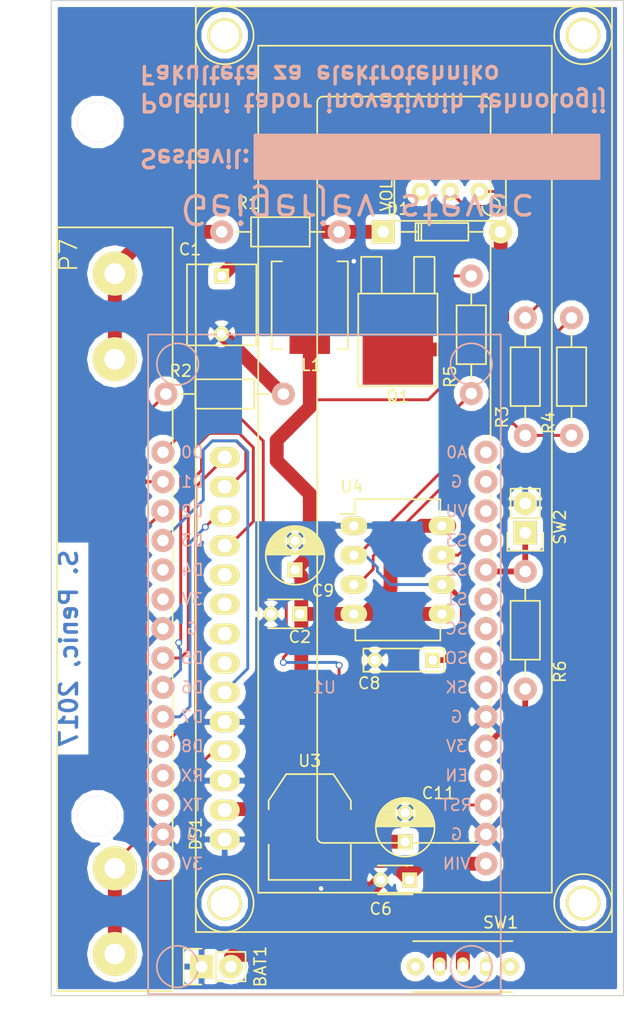
<source format=kicad_pcb>
(kicad_pcb (version 4) (host pcbnew 4.0.2+dfsg1-stable)

  (general
    (links 58)
    (no_connects 0)
    (area 122.715476 26.949999 177.050001 115.798333)
    (thickness 1.6)
    (drawings 7)
    (tracks 236)
    (zones 0)
    (modules 26)
    (nets 42)
  )

  (page A4)
  (title_block
    (date "jeu. 02 avril 2015")
  )

  (layers
    (0 F.Cu signal)
    (31 B.Cu signal)
    (32 B.Adhes user)
    (33 F.Adhes user)
    (34 B.Paste user)
    (35 F.Paste user)
    (36 B.SilkS user)
    (37 F.SilkS user)
    (38 B.Mask user)
    (39 F.Mask user)
    (40 Dwgs.User user)
    (41 Cmts.User user)
    (42 Eco1.User user)
    (43 Eco2.User user)
    (44 Edge.Cuts user)
    (45 Margin user)
    (46 B.CrtYd user)
    (47 F.CrtYd user)
    (48 B.Fab user)
    (49 F.Fab user)
  )

  (setup
    (last_trace_width 0.5)
    (user_trace_width 0.25)
    (user_trace_width 0.5)
    (user_trace_width 1.2)
    (trace_clearance 0.4)
    (zone_clearance 0.508)
    (zone_45_only no)
    (trace_min 0.2)
    (segment_width 0.15)
    (edge_width 0.1)
    (via_size 0.6)
    (via_drill 0.4)
    (via_min_size 0.4)
    (via_min_drill 0.3)
    (uvia_size 0.3)
    (uvia_drill 0.1)
    (uvias_allowed no)
    (uvia_min_size 0.2)
    (uvia_min_drill 0.1)
    (pcb_text_width 0.3)
    (pcb_text_size 1.5 1.5)
    (mod_edge_width 0.15)
    (mod_text_size 1 1)
    (mod_text_width 0.15)
    (pad_size 3.5 3.5)
    (pad_drill 3.5)
    (pad_to_mask_clearance 0)
    (aux_axis_origin 138.176 110.617)
    (visible_elements FFFEFF7F)
    (pcbplotparams
      (layerselection 0x010f0_80000001)
      (usegerberextensions true)
      (excludeedgelayer true)
      (linewidth 0.100000)
      (plotframeref false)
      (viasonmask false)
      (mode 1)
      (useauxorigin false)
      (hpglpennumber 1)
      (hpglpenspeed 20)
      (hpglpendiameter 15)
      (hpglpenoverlay 2)
      (psnegative false)
      (psa4output false)
      (plotreference true)
      (plotvalue true)
      (plotinvisibletext false)
      (padsonsilk false)
      (subtractmaskfromsilk true)
      (outputformat 1)
      (mirror false)
      (drillshape 0)
      (scaleselection 1)
      (outputdirectory gerberji/))
  )

  (net 0 "")
  (net 1 GND)
  (net 2 /Vin)
  (net 3 +5V)
  (net 4 "Net-(C1-Pad1)")
  (net 5 "Net-(D1-Pad2)")
  (net 6 "Net-(P7-Pad1)")
  (net 7 "Net-(C8-Pad1)")
  (net 8 /GOUT)
  (net 9 "Net-(Q1-Pad1)")
  (net 10 "Net-(R3-Pad1)")
  (net 11 /D7)
  (net 12 /D6)
  (net 13 /D4)
  (net 14 /D5)
  (net 15 /RS)
  (net 16 /E)
  (net 17 "Net-(C11-Pad1)")
  (net 18 "Net-(R5-Pad1)")
  (net 19 "Net-(U1-Pad13)")
  (net 20 "Net-(DS1-Pad7)")
  (net 21 "Net-(DS1-Pad8)")
  (net 22 "Net-(DS1-Pad9)")
  (net 23 "Net-(DS1-Pad10)")
  (net 24 "Net-(R6-Pad2)")
  (net 25 "Net-(U1-Pad1)")
  (net 26 "Net-(U1-Pad2)")
  (net 27 "Net-(U1-Pad3)")
  (net 28 "Net-(U1-Pad4)")
  (net 29 "Net-(U1-Pad6)")
  (net 30 "Net-(U1-Pad7)")
  (net 31 "Net-(U1-Pad8)")
  (net 32 "Net-(U1-Pad9)")
  (net 33 "Net-(U1-Pad12)")
  (net 34 "Net-(U1-Pad16)")
  (net 35 "Net-(U1-Pad18)")
  (net 36 "Net-(U1-Pad19)")
  (net 37 "Net-(R6-Pad1)")
  (net 38 "Net-(U1-Pad25)")
  (net 39 "Net-(U1-Pad26)")
  (net 40 "Net-(R3-Pad2)")
  (net 41 "Net-(VOLT1-Pad3)")

  (net_class Default "This is the default net class."
    (clearance 0.4)
    (trace_width 0.5)
    (via_dia 0.6)
    (via_drill 0.4)
    (uvia_dia 0.3)
    (uvia_drill 0.1)
    (add_net +5V)
    (add_net /D4)
    (add_net /D5)
    (add_net /D6)
    (add_net /D7)
    (add_net /E)
    (add_net /GOUT)
    (add_net /RS)
    (add_net /Vin)
    (add_net GND)
    (add_net "Net-(C1-Pad1)")
    (add_net "Net-(C11-Pad1)")
    (add_net "Net-(C8-Pad1)")
    (add_net "Net-(D1-Pad2)")
    (add_net "Net-(DS1-Pad10)")
    (add_net "Net-(DS1-Pad7)")
    (add_net "Net-(DS1-Pad8)")
    (add_net "Net-(DS1-Pad9)")
    (add_net "Net-(P7-Pad1)")
    (add_net "Net-(Q1-Pad1)")
    (add_net "Net-(R3-Pad1)")
    (add_net "Net-(R3-Pad2)")
    (add_net "Net-(R5-Pad1)")
    (add_net "Net-(R6-Pad1)")
    (add_net "Net-(R6-Pad2)")
    (add_net "Net-(U1-Pad1)")
    (add_net "Net-(U1-Pad12)")
    (add_net "Net-(U1-Pad13)")
    (add_net "Net-(U1-Pad16)")
    (add_net "Net-(U1-Pad18)")
    (add_net "Net-(U1-Pad19)")
    (add_net "Net-(U1-Pad2)")
    (add_net "Net-(U1-Pad25)")
    (add_net "Net-(U1-Pad26)")
    (add_net "Net-(U1-Pad3)")
    (add_net "Net-(U1-Pad4)")
    (add_net "Net-(U1-Pad6)")
    (add_net "Net-(U1-Pad7)")
    (add_net "Net-(U1-Pad8)")
    (add_net "Net-(U1-Pad9)")
    (add_net "Net-(VOLT1-Pad3)")
  )

  (net_class "Debele povezave" ""
    (clearance 0.2)
    (trace_width 0.25)
    (via_dia 0.6)
    (via_drill 0.4)
    (uvia_dia 0.3)
    (uvia_drill 0.1)
  )

  (module Resistors_ThroughHole:Resistor_Horizontal_RM10mm (layer F.Cu) (tedit 53F56209) (tstamp 5911D6C6)
    (at 163.83 55.88 90)
    (descr "Resistor, Axial,  RM 10mm, 1/3W,")
    (tags "Resistor, Axial, RM 10mm, 1/3W,")
    (path /5911D724)
    (fp_text reference R5 (at -3.62 -1.83 90) (layer F.SilkS)
      (effects (font (size 1 1) (thickness 0.15)))
    )
    (fp_text value 670 (at 3.81 3.81 90) (layer F.Fab)
      (effects (font (size 1 1) (thickness 0.15)))
    )
    (fp_line (start -2.54 -1.27) (end 2.54 -1.27) (layer F.SilkS) (width 0.15))
    (fp_line (start 2.54 -1.27) (end 2.54 1.27) (layer F.SilkS) (width 0.15))
    (fp_line (start 2.54 1.27) (end -2.54 1.27) (layer F.SilkS) (width 0.15))
    (fp_line (start -2.54 1.27) (end -2.54 -1.27) (layer F.SilkS) (width 0.15))
    (fp_line (start -2.54 0) (end -3.81 0) (layer F.SilkS) (width 0.15))
    (fp_line (start 2.54 0) (end 3.81 0) (layer F.SilkS) (width 0.15))
    (pad 1 thru_hole circle (at -5.08 0 90) (size 1.99898 1.99898) (drill 1.00076) (layers *.Cu *.SilkS *.Mask)
      (net 18 "Net-(R5-Pad1)"))
    (pad 2 thru_hole circle (at 5.08 0 90) (size 1.99898 1.99898) (drill 1.00076) (layers *.Cu *.SilkS *.Mask)
      (net 9 "Net-(Q1-Pad1)"))
    (model Resistors_ThroughHole.3dshapes/Resistor_Horizontal_RM10mm.wrl
      (at (xyz 0 0 0))
      (scale (xyz 0.4 0.4 0.4))
      (rotate (xyz 0 0 0))
    )
  )

  (module "ESP8266:NodeMCU1.0(12-E)" (layer B.Cu) (tedit 59194BF7) (tstamp 59106CD5)
    (at 151.13 86.36 180)
    (path /591067B7)
    (fp_text reference U1 (at 0 0 180) (layer B.SilkS)
      (effects (font (size 1 1) (thickness 0.15)) (justify mirror))
    )
    (fp_text value "NodeMCU1.0(ESP-12E)" (at 0 29.21 180) (layer B.Fab)
      (effects (font (size 1 1) (thickness 0.15)) (justify mirror))
    )
    (fp_text user VIN (at -11.43 -15.24 180) (layer B.SilkS)
      (effects (font (size 1 1) (thickness 0.15)) (justify mirror))
    )
    (fp_text user G (at -11.43 -12.7 180) (layer B.SilkS)
      (effects (font (size 1 1) (thickness 0.15)) (justify mirror))
    )
    (fp_text user RST (at -11.43 -10.16 180) (layer B.SilkS)
      (effects (font (size 1 1) (thickness 0.15)) (justify mirror))
    )
    (fp_text user EN (at -11.43 -7.62 180) (layer B.SilkS)
      (effects (font (size 1 1) (thickness 0.15)) (justify mirror))
    )
    (fp_text user 3V (at -11.43 -5.08 180) (layer B.SilkS)
      (effects (font (size 1 1) (thickness 0.15)) (justify mirror))
    )
    (fp_text user G (at -11.43 -2.54 180) (layer B.SilkS)
      (effects (font (size 1 1) (thickness 0.15)) (justify mirror))
    )
    (fp_text user SK (at -11.43 0 180) (layer B.SilkS)
      (effects (font (size 1 1) (thickness 0.15)) (justify mirror))
    )
    (fp_text user SO (at -11.43 2.54 180) (layer B.SilkS)
      (effects (font (size 1 1) (thickness 0.15)) (justify mirror))
    )
    (fp_text user SC (at -11.43 5.08 180) (layer B.SilkS)
      (effects (font (size 1 1) (thickness 0.15)) (justify mirror))
    )
    (fp_text user S1 (at -11.43 7.62 180) (layer B.SilkS)
      (effects (font (size 1 1) (thickness 0.15)) (justify mirror))
    )
    (fp_text user S2 (at -11.43 10.16 180) (layer B.SilkS)
      (effects (font (size 1 1) (thickness 0.15)) (justify mirror))
    )
    (fp_text user S3 (at -11.43 12.7 180) (layer B.SilkS)
      (effects (font (size 1 1) (thickness 0.15)) (justify mirror))
    )
    (fp_text user VU (at -11.43 15.24 180) (layer B.SilkS)
      (effects (font (size 1 1) (thickness 0.15)) (justify mirror))
    )
    (fp_text user G (at -11.43 17.78 180) (layer B.SilkS)
      (effects (font (size 1 1) (thickness 0.15)) (justify mirror))
    )
    (fp_text user A0 (at -11.43 20.32 180) (layer B.SilkS)
      (effects (font (size 1 1) (thickness 0.15)) (justify mirror))
    )
    (fp_text user 3V (at 11.43 -15.24 180) (layer B.SilkS)
      (effects (font (size 1 1) (thickness 0.15)) (justify mirror))
    )
    (fp_text user G (at 11.43 -12.7 180) (layer B.SilkS)
      (effects (font (size 1 1) (thickness 0.15)) (justify mirror))
    )
    (fp_text user TX (at 11.43 -10.16 180) (layer B.SilkS)
      (effects (font (size 1 1) (thickness 0.15)) (justify mirror))
    )
    (fp_text user RX (at 11.43 -7.62 180) (layer B.SilkS)
      (effects (font (size 1 1) (thickness 0.15)) (justify mirror))
    )
    (fp_text user D8 (at 11.43 -5.08 180) (layer B.SilkS)
      (effects (font (size 1 1) (thickness 0.15)) (justify mirror))
    )
    (fp_text user D7 (at 11.43 -2.54 180) (layer B.SilkS)
      (effects (font (size 1 1) (thickness 0.15)) (justify mirror))
    )
    (fp_text user D6 (at 11.43 0 180) (layer B.SilkS)
      (effects (font (size 1 1) (thickness 0.15)) (justify mirror))
    )
    (fp_text user D5 (at 11.43 2.54 180) (layer B.SilkS)
      (effects (font (size 1 1) (thickness 0.15)) (justify mirror))
    )
    (fp_text user G (at 11.43 5.08 180) (layer B.SilkS)
      (effects (font (size 1 1) (thickness 0.15)) (justify mirror))
    )
    (fp_text user 3V (at 11.43 7.62 180) (layer B.SilkS)
      (effects (font (size 1 1) (thickness 0.15)) (justify mirror))
    )
    (fp_text user D4 (at 11.43 10.16 180) (layer B.SilkS)
      (effects (font (size 1 1) (thickness 0.15)) (justify mirror))
    )
    (fp_text user D3 (at 11.43 12.7 180) (layer B.SilkS)
      (effects (font (size 1 1) (thickness 0.15)) (justify mirror))
    )
    (fp_text user D2 (at 11.43 15.24 180) (layer B.SilkS)
      (effects (font (size 1 1) (thickness 0.15)) (justify mirror))
    )
    (fp_text user D1 (at 11.43 17.78 180) (layer B.SilkS)
      (effects (font (size 1 1) (thickness 0.15)) (justify mirror))
    )
    (fp_text user D0 (at 11.43 20.32 180) (layer B.SilkS)
      (effects (font (size 1 1) (thickness 0.15)) (justify mirror))
    )
    (fp_circle (center 12.7 -24.13) (end 13.97 -22.86) (layer B.SilkS) (width 0.15))
    (fp_circle (center -12.7 -24.13) (end -11.43 -22.86) (layer B.SilkS) (width 0.15))
    (fp_circle (center -12.7 27.94) (end -11.43 29.21) (layer B.SilkS) (width 0.15))
    (fp_circle (center 12.7 27.94) (end 13.97 29.21) (layer B.SilkS) (width 0.15))
    (fp_line (start 15.25 30.5) (end -14.75 30.5) (layer B.SilkS) (width 0.15))
    (fp_line (start -14.75 30.5) (end -15.25 30.5) (layer B.SilkS) (width 0.15))
    (fp_line (start -15.25 30.5) (end -15.25 -26.5) (layer B.SilkS) (width 0.15))
    (fp_line (start -15.25 -26.5) (end 15.25 -26.5) (layer B.SilkS) (width 0.15))
    (fp_line (start 15.25 -26.5) (end 15.25 30.5) (layer B.SilkS) (width 0.15))
    (pad 1 thru_hole circle (at -13.97 20.32 180) (size 2 2) (drill 1) (layers *.Cu *.Mask B.SilkS)
      (net 25 "Net-(U1-Pad1)"))
    (pad 2 thru_hole circle (at -13.97 17.78 180) (size 2 2) (drill 1) (layers *.Cu *.Mask B.SilkS)
      (net 26 "Net-(U1-Pad2)"))
    (pad 3 thru_hole circle (at -13.97 15.24 180) (size 2 2) (drill 1) (layers *.Cu *.Mask B.SilkS)
      (net 27 "Net-(U1-Pad3)"))
    (pad 4 thru_hole circle (at -13.97 12.7 180) (size 2 2) (drill 1) (layers *.Cu *.Mask B.SilkS)
      (net 28 "Net-(U1-Pad4)"))
    (pad 5 thru_hole circle (at -13.97 10.16 180) (size 2 2) (drill 1) (layers *.Cu *.Mask B.SilkS)
      (net 24 "Net-(R6-Pad2)"))
    (pad 6 thru_hole circle (at -13.97 7.62 180) (size 2 2) (drill 1) (layers *.Cu *.Mask B.SilkS)
      (net 29 "Net-(U1-Pad6)"))
    (pad 7 thru_hole circle (at -13.97 5.08 180) (size 2 2) (drill 1) (layers *.Cu *.Mask B.SilkS)
      (net 30 "Net-(U1-Pad7)"))
    (pad 8 thru_hole circle (at -13.97 2.54 180) (size 2 2) (drill 1) (layers *.Cu *.Mask B.SilkS)
      (net 31 "Net-(U1-Pad8)"))
    (pad 9 thru_hole circle (at -13.97 0 180) (size 2 2) (drill 1) (layers *.Cu *.Mask B.SilkS)
      (net 32 "Net-(U1-Pad9)"))
    (pad 10 thru_hole circle (at -13.97 -2.54 180) (size 2 2) (drill 1) (layers *.Cu *.Mask B.SilkS)
      (net 1 GND))
    (pad 11 thru_hole circle (at -13.97 -5.08 180) (size 2 2) (drill 1) (layers *.Cu *.Mask B.SilkS)
      (net 37 "Net-(R6-Pad1)"))
    (pad 12 thru_hole circle (at -13.97 -7.62 180) (size 2 2) (drill 1) (layers *.Cu *.Mask B.SilkS)
      (net 33 "Net-(U1-Pad12)"))
    (pad 13 thru_hole circle (at -13.97 -10.16 180) (size 2 2) (drill 1) (layers *.Cu *.Mask B.SilkS)
      (net 19 "Net-(U1-Pad13)"))
    (pad 14 thru_hole circle (at -13.97 -12.7 180) (size 2 2) (drill 1) (layers *.Cu *.Mask B.SilkS)
      (net 1 GND))
    (pad 15 thru_hole circle (at -13.97 -15.24 180) (size 2 2) (drill 1) (layers *.Cu *.Mask B.SilkS)
      (net 3 +5V))
    (pad 16 thru_hole circle (at 13.97 -15.24 180) (size 2 2) (drill 1) (layers *.Cu *.Mask B.SilkS)
      (net 34 "Net-(U1-Pad16)"))
    (pad 17 thru_hole circle (at 13.97 -12.7 180) (size 2 2) (drill 1) (layers *.Cu *.Mask B.SilkS)
      (net 1 GND))
    (pad 18 thru_hole circle (at 13.97 -10.16 180) (size 2 2) (drill 1) (layers *.Cu *.Mask B.SilkS)
      (net 35 "Net-(U1-Pad18)"))
    (pad 19 thru_hole circle (at 13.97 -7.62 180) (size 2 2) (drill 1) (layers *.Cu *.Mask B.SilkS)
      (net 36 "Net-(U1-Pad19)"))
    (pad 20 thru_hole circle (at 13.97 -5.08 180) (size 2 2) (drill 1) (layers *.Cu *.Mask B.SilkS)
      (net 11 /D7))
    (pad 21 thru_hole circle (at 13.97 -2.54 180) (size 2 2) (drill 1) (layers *.Cu *.Mask B.SilkS)
      (net 14 /D5))
    (pad 22 thru_hole circle (at 13.97 0 180) (size 2 2) (drill 1) (layers *.Cu *.Mask B.SilkS)
      (net 13 /D4))
    (pad 23 thru_hole circle (at 13.97 2.54 180) (size 2 2) (drill 1) (layers *.Cu *.Mask B.SilkS)
      (net 12 /D6))
    (pad 24 thru_hole circle (at 13.97 5.08 180) (size 2 2) (drill 1) (layers *.Cu *.Mask B.SilkS)
      (net 1 GND))
    (pad 25 thru_hole circle (at 13.97 7.62 180) (size 2 2) (drill 1) (layers *.Cu *.Mask B.SilkS)
      (net 38 "Net-(U1-Pad25)"))
    (pad 26 thru_hole circle (at 13.97 10.16 180) (size 2 2) (drill 1) (layers *.Cu *.Mask B.SilkS)
      (net 39 "Net-(U1-Pad26)"))
    (pad 27 thru_hole circle (at 13.97 12.7 180) (size 2 2) (drill 1) (layers *.Cu *.Mask B.SilkS)
      (net 16 /E))
    (pad 28 thru_hole circle (at 13.97 15.24 180) (size 2 2) (drill 1) (layers *.Cu *.Mask B.SilkS)
      (net 15 /RS))
    (pad 29 thru_hole circle (at 13.97 17.78 180) (size 2 2) (drill 1) (layers *.Cu *.Mask B.SilkS)
      (net 8 /GOUT))
    (pad 30 thru_hole circle (at 13.97 20.32 180) (size 2 2) (drill 1) (layers *.Cu *.Mask B.SilkS)
      (net 19 "Net-(U1-Pad13)"))
  )

  (module Resistors_ThroughHole:Resistor_Horizontal_RM10mm (layer F.Cu) (tedit 53F56209) (tstamp 57880B8D)
    (at 168.5 59.5 90)
    (descr "Resistor, Axial,  RM 10mm, 1/3W,")
    (tags "Resistor, Axial, RM 10mm, 1/3W,")
    (path /58EB7D7E)
    (fp_text reference R3 (at -3.5 -2 90) (layer F.SilkS)
      (effects (font (size 1 1) (thickness 0.15)))
    )
    (fp_text value 47k (at 3.81 3.81 90) (layer F.Fab)
      (effects (font (size 1 1) (thickness 0.15)))
    )
    (fp_line (start -2.54 -1.27) (end 2.54 -1.27) (layer F.SilkS) (width 0.15))
    (fp_line (start 2.54 -1.27) (end 2.54 1.27) (layer F.SilkS) (width 0.15))
    (fp_line (start 2.54 1.27) (end -2.54 1.27) (layer F.SilkS) (width 0.15))
    (fp_line (start -2.54 1.27) (end -2.54 -1.27) (layer F.SilkS) (width 0.15))
    (fp_line (start -2.54 0) (end -3.81 0) (layer F.SilkS) (width 0.15))
    (fp_line (start 2.54 0) (end 3.81 0) (layer F.SilkS) (width 0.15))
    (pad 1 thru_hole circle (at -5.08 0 90) (size 1.99898 1.99898) (drill 1.00076) (layers *.Cu *.SilkS *.Mask)
      (net 10 "Net-(R3-Pad1)"))
    (pad 2 thru_hole circle (at 5.08 0 90) (size 1.99898 1.99898) (drill 1.00076) (layers *.Cu *.SilkS *.Mask)
      (net 40 "Net-(R3-Pad2)"))
    (model Resistors_ThroughHole.3dshapes/Resistor_Horizontal_RM10mm.wrl
      (at (xyz 0 0 0))
      (scale (xyz 0.4 0.4 0.4))
      (rotate (xyz 0 0 0))
    )
  )

  (module elektronka:SI3BG (layer F.Cu) (tedit 57887C2D) (tstamp 5789BAAD)
    (at 133 50.6 270)
    (path /56830DDA)
    (fp_text reference P7 (at -1.6 4 270) (layer F.SilkS)
      (effects (font (size 1.5 1.5) (thickness 0.15)))
    )
    (fp_text value "GEIGER TUBE" (at 30.4 3 270) (layer F.Fab)
      (effects (font (size 1.5 1.5) (thickness 0.15)))
    )
    (fp_line (start 62 -5) (end -4 -5) (layer F.SilkS) (width 0.15))
    (fp_line (start 62 5) (end 62 -5) (layer F.SilkS) (width 0.15))
    (fp_line (start -4 5) (end 62 5) (layer F.SilkS) (width 0.15))
    (fp_line (start -4 -5) (end -4 5) (layer F.SilkS) (width 0.15))
    (pad 1 thru_hole oval (at 0 0 270) (size 3.8 3.8) (drill 1.8) (layers *.Cu *.Mask F.SilkS)
      (net 6 "Net-(P7-Pad1)"))
    (pad 1 thru_hole oval (at 7.4 0 270) (size 3.8 3.8) (drill 1.8) (layers *.Cu *.Mask F.SilkS)
      (net 6 "Net-(P7-Pad1)"))
    (pad 2 thru_hole oval (at 58.8 0 270) (size 3.8 3.8) (drill 1.8) (layers *.Cu *.Mask F.SilkS)
      (net 8 /GOUT))
    (pad 2 thru_hole oval (at 51.4 0 270) (size 3.8 3.8) (drill 1.8) (layers *.Cu *.Mask F.SilkS)
      (net 8 /GOUT))
  )

  (module Capacitors_ThroughHole:C_Rect_L7_W2_P5 (layer F.Cu) (tedit 0) (tstamp 58F5EAF1)
    (at 160.5 84 180)
    (descr "Film Capacitor Length 7 x Width 2mm, Pitch 5mm")
    (tags Capacitor)
    (path /58EB73FF)
    (fp_text reference C8 (at 5.5 -2 180) (layer F.SilkS)
      (effects (font (size 1 1) (thickness 0.15)))
    )
    (fp_text value 100p (at 2.5 2.5 180) (layer F.Fab)
      (effects (font (size 1 1) (thickness 0.15)))
    )
    (fp_line (start -1.25 -1.25) (end 6.25 -1.25) (layer F.CrtYd) (width 0.05))
    (fp_line (start 6.25 -1.25) (end 6.25 1.25) (layer F.CrtYd) (width 0.05))
    (fp_line (start 6.25 1.25) (end -1.25 1.25) (layer F.CrtYd) (width 0.05))
    (fp_line (start -1.25 1.25) (end -1.25 -1.25) (layer F.CrtYd) (width 0.05))
    (fp_line (start -1 -1) (end 6 -1) (layer F.SilkS) (width 0.15))
    (fp_line (start 6 -1) (end 6 1) (layer F.SilkS) (width 0.15))
    (fp_line (start 6 1) (end -1 1) (layer F.SilkS) (width 0.15))
    (fp_line (start -1 1) (end -1 -1) (layer F.SilkS) (width 0.15))
    (pad 1 thru_hole rect (at 0 0 180) (size 1.3 1.3) (drill 0.8) (layers *.Cu *.Mask F.SilkS)
      (net 7 "Net-(C8-Pad1)"))
    (pad 2 thru_hole circle (at 5 0 180) (size 1.3 1.3) (drill 0.8) (layers *.Cu *.Mask F.SilkS)
      (net 1 GND))
    (model Capacitors_ThroughHole.3dshapes/C_Rect_L7_W2_P5.wrl
      (at (xyz 0.098425 0 0))
      (scale (xyz 1 1 1))
      (rotate (xyz 0 0 0))
    )
  )

  (module Resistors_ThroughHole:Resistor_Horizontal_RM10mm (layer F.Cu) (tedit 53F56209) (tstamp 58F5EAFD)
    (at 172.5 59.5 270)
    (descr "Resistor, Axial,  RM 10mm, 1/3W,")
    (tags "Resistor, Axial, RM 10mm, 1/3W,")
    (path /58EB7343)
    (fp_text reference R4 (at 4 2 270) (layer F.SilkS)
      (effects (font (size 1 1) (thickness 0.15)))
    )
    (fp_text value 39k (at 3.81 3.81 270) (layer F.Fab)
      (effects (font (size 1 1) (thickness 0.15)))
    )
    (fp_line (start -2.54 -1.27) (end 2.54 -1.27) (layer F.SilkS) (width 0.15))
    (fp_line (start 2.54 -1.27) (end 2.54 1.27) (layer F.SilkS) (width 0.15))
    (fp_line (start 2.54 1.27) (end -2.54 1.27) (layer F.SilkS) (width 0.15))
    (fp_line (start -2.54 1.27) (end -2.54 -1.27) (layer F.SilkS) (width 0.15))
    (fp_line (start -2.54 0) (end -3.81 0) (layer F.SilkS) (width 0.15))
    (fp_line (start 2.54 0) (end 3.81 0) (layer F.SilkS) (width 0.15))
    (pad 1 thru_hole circle (at -5.08 0 270) (size 1.99898 1.99898) (drill 1.00076) (layers *.Cu *.SilkS *.Mask)
      (net 7 "Net-(C8-Pad1)"))
    (pad 2 thru_hole circle (at 5.08 0 270) (size 1.99898 1.99898) (drill 1.00076) (layers *.Cu *.SilkS *.Mask)
      (net 10 "Net-(R3-Pad1)"))
    (model Resistors_ThroughHole.3dshapes/Resistor_Horizontal_RM10mm.wrl
      (at (xyz 0 0 0))
      (scale (xyz 0.4 0.4 0.4))
      (rotate (xyz 0 0 0))
    )
  )

  (module elektronka:slide_switch (layer F.Cu) (tedit 58F8A741) (tstamp 58F8AEA5)
    (at 163.1 110.49)
    (path /58EB6125)
    (fp_text reference SW1 (at 3.27 -3.81) (layer F.SilkS)
      (effects (font (size 1 1) (thickness 0.15)))
    )
    (fp_text value SPST (at 0 -5) (layer F.Fab)
      (effects (font (size 1 1) (thickness 0.15)))
    )
    (fp_line (start -4.3 2.2) (end 4.3 2.2) (layer F.SilkS) (width 0.15))
    (fp_line (start -4.3 -2.2) (end 4.3 -2.2) (layer F.SilkS) (width 0.15))
    (pad 2 thru_hole oval (at 0 0) (size 1 1.6) (drill 0.8) (layers *.Cu *.Mask F.SilkS)
      (net 17 "Net-(C11-Pad1)"))
    (pad 1 thru_hole oval (at -2 0) (size 1 1.6) (drill 0.8) (layers *.Cu *.Mask F.SilkS)
      (net 2 /Vin))
    (pad 3 thru_hole oval (at 2 0) (size 1 1.6) (drill 0.8) (layers *.Cu *.Mask F.SilkS))
    (pad 4 thru_hole circle (at 4.1 0) (size 1.524 1.524) (drill 0.762) (layers *.Cu *.Mask F.SilkS))
    (pad 5 thru_hole circle (at -4.1 0) (size 1.524 1.524) (drill 0.762) (layers *.Cu *.Mask F.SilkS))
    (model Buttons_Switches_ThroughHole.3dshapes/SW_Micro_SPST_Angled.wrl
      (at (xyz 0 0.1 0))
      (scale (xyz 0.3 0.2 0.4))
      (rotate (xyz 0 0 0))
    )
  )

  (module Housings_DIP:DIP-8_W7.62mm_LongPads (layer F.Cu) (tedit 54130A77) (tstamp 58F8D4AB)
    (at 153.67 72.39)
    (descr "8-lead dip package, row spacing 7.62 mm (300 mils), longer pads")
    (tags "dil dip 2.54 300")
    (path /58EB6D81)
    (fp_text reference U4 (at -0.17 -3.39) (layer F.SilkS)
      (effects (font (size 1 1) (thickness 0.15)))
    )
    (fp_text value LM555N (at 0 -3.72) (layer F.Fab)
      (effects (font (size 1 1) (thickness 0.15)))
    )
    (fp_line (start -1.4 -2.45) (end -1.4 10.1) (layer F.CrtYd) (width 0.05))
    (fp_line (start 9 -2.45) (end 9 10.1) (layer F.CrtYd) (width 0.05))
    (fp_line (start -1.4 -2.45) (end 9 -2.45) (layer F.CrtYd) (width 0.05))
    (fp_line (start -1.4 10.1) (end 9 10.1) (layer F.CrtYd) (width 0.05))
    (fp_line (start 0.135 -2.295) (end 0.135 -1.025) (layer F.SilkS) (width 0.15))
    (fp_line (start 7.485 -2.295) (end 7.485 -1.025) (layer F.SilkS) (width 0.15))
    (fp_line (start 7.485 9.915) (end 7.485 8.645) (layer F.SilkS) (width 0.15))
    (fp_line (start 0.135 9.915) (end 0.135 8.645) (layer F.SilkS) (width 0.15))
    (fp_line (start 0.135 -2.295) (end 7.485 -2.295) (layer F.SilkS) (width 0.15))
    (fp_line (start 0.135 9.915) (end 7.485 9.915) (layer F.SilkS) (width 0.15))
    (fp_line (start 0.135 -1.025) (end -1.15 -1.025) (layer F.SilkS) (width 0.15))
    (pad 1 thru_hole oval (at 0 0) (size 2.3 1.6) (drill 0.8) (layers *.Cu *.Mask F.SilkS)
      (net 1 GND))
    (pad 2 thru_hole oval (at 0 2.54) (size 2.3 1.6) (drill 0.8) (layers *.Cu *.Mask F.SilkS)
      (net 7 "Net-(C8-Pad1)"))
    (pad 3 thru_hole oval (at 0 5.08) (size 2.3 1.6) (drill 0.8) (layers *.Cu *.Mask F.SilkS)
      (net 18 "Net-(R5-Pad1)"))
    (pad 4 thru_hole oval (at 0 7.62) (size 2.3 1.6) (drill 0.8) (layers *.Cu *.Mask F.SilkS)
      (net 3 +5V))
    (pad 5 thru_hole oval (at 7.62 7.62) (size 2.3 1.6) (drill 0.8) (layers *.Cu *.Mask F.SilkS)
      (net 3 +5V))
    (pad 6 thru_hole oval (at 7.62 5.08) (size 2.3 1.6) (drill 0.8) (layers *.Cu *.Mask F.SilkS)
      (net 7 "Net-(C8-Pad1)"))
    (pad 7 thru_hole oval (at 7.62 2.54) (size 2.3 1.6) (drill 0.8) (layers *.Cu *.Mask F.SilkS)
      (net 10 "Net-(R3-Pad1)"))
    (pad 8 thru_hole oval (at 7.62 0) (size 2.3 1.6) (drill 0.8) (layers *.Cu *.Mask F.SilkS)
      (net 3 +5V))
    (model Housings_DIP.3dshapes/DIP-8_W7.62mm_LongPads.wrl
      (at (xyz 0 0 0))
      (scale (xyz 1 1 1))
      (rotate (xyz 0 0 0))
    )
  )

  (module Diodes_ThroughHole:Diode_DO-35_SOD27_Horizontal_RM10 (layer F.Cu) (tedit 591BF800) (tstamp 58F8D71A)
    (at 156.20948 46.99254)
    (descr "Diode, DO-35,  SOD27, Horizontal, RM 10mm")
    (tags "Diode, DO-35, SOD27, Horizontal, RM 10mm, 1N4148,")
    (path /56830DD4)
    (fp_text reference D1 (at 1.29052 -1.99254) (layer F.SilkS)
      (effects (font (size 1 1) (thickness 0.15)))
    )
    (fp_text value UF4008 (at 4.41452 -3.55854) (layer F.Fab)
      (effects (font (size 1 1) (thickness 0.15)))
    )
    (fp_line (start 7.36652 -0.00254) (end 8.76352 -0.00254) (layer F.SilkS) (width 0.15))
    (fp_line (start 2.92152 -0.00254) (end 1.39752 -0.00254) (layer F.SilkS) (width 0.15))
    (fp_line (start 3.30252 -0.76454) (end 3.30252 0.75946) (layer F.SilkS) (width 0.15))
    (fp_line (start 3.04852 -0.76454) (end 3.04852 0.75946) (layer F.SilkS) (width 0.15))
    (fp_line (start 2.79452 -0.00254) (end 2.79452 0.75946) (layer F.SilkS) (width 0.15))
    (fp_line (start 2.79452 0.75946) (end 7.36652 0.75946) (layer F.SilkS) (width 0.15))
    (fp_line (start 7.36652 0.75946) (end 7.36652 -0.76454) (layer F.SilkS) (width 0.15))
    (fp_line (start 7.36652 -0.76454) (end 2.79452 -0.76454) (layer F.SilkS) (width 0.15))
    (fp_line (start 2.79452 -0.76454) (end 2.79452 -0.00254) (layer F.SilkS) (width 0.15))
    (pad 2 thru_hole circle (at 10.16052 -0.00254 180) (size 2 2) (drill 1) (layers *.Cu *.Mask F.SilkS)
      (net 5 "Net-(D1-Pad2)"))
    (pad 1 thru_hole rect (at 0.00052 -0.00254 180) (size 2 2) (drill 1) (layers *.Cu *.Mask F.SilkS)
      (net 4 "Net-(C1-Pad1)"))
    (model Diodes_ThroughHole.3dshapes/Diode_DO-35_SOD27_Horizontal_RM10.wrl
      (at (xyz 0.2 0 0))
      (scale (xyz 0.4 0.4 0.4))
      (rotate (xyz 0 0 180))
    )
  )

  (module Resistors_ThroughHole:Resistor_Horizontal_RM10mm (layer F.Cu) (tedit 53F56209) (tstamp 58F8D73E)
    (at 147.32 46.99)
    (descr "Resistor, Axial,  RM 10mm, 1/3W,")
    (tags "Resistor, Axial, RM 10mm, 1/3W,")
    (path /56830DD6)
    (fp_text reference R1 (at -2.82 -2.49) (layer F.SilkS)
      (effects (font (size 1 1) (thickness 0.15)))
    )
    (fp_text value 10M (at 3.81 3.81) (layer F.Fab)
      (effects (font (size 1 1) (thickness 0.15)))
    )
    (fp_line (start -2.54 -1.27) (end 2.54 -1.27) (layer F.SilkS) (width 0.15))
    (fp_line (start 2.54 -1.27) (end 2.54 1.27) (layer F.SilkS) (width 0.15))
    (fp_line (start 2.54 1.27) (end -2.54 1.27) (layer F.SilkS) (width 0.15))
    (fp_line (start -2.54 1.27) (end -2.54 -1.27) (layer F.SilkS) (width 0.15))
    (fp_line (start -2.54 0) (end -3.81 0) (layer F.SilkS) (width 0.15))
    (fp_line (start 2.54 0) (end 3.81 0) (layer F.SilkS) (width 0.15))
    (pad 1 thru_hole circle (at -5.08 0) (size 1.99898 1.99898) (drill 1.00076) (layers *.Cu *.SilkS *.Mask)
      (net 6 "Net-(P7-Pad1)"))
    (pad 2 thru_hole circle (at 5.08 0) (size 1.99898 1.99898) (drill 1.00076) (layers *.Cu *.SilkS *.Mask)
      (net 4 "Net-(C1-Pad1)"))
    (model Resistors_ThroughHole.3dshapes/Resistor_Horizontal_RM10mm.wrl
      (at (xyz 0 0 0))
      (scale (xyz 0.4 0.4 0.4))
      (rotate (xyz 0 0 0))
    )
  )

  (module Resistors_ThroughHole:Resistor_Horizontal_RM10mm (layer F.Cu) (tedit 591068F8) (tstamp 59106C8C)
    (at 142.5 61 180)
    (descr "Resistor, Axial,  RM 10mm, 1/3W,")
    (tags "Resistor, Axial, RM 10mm, 1/3W,")
    (path /56830DDB)
    (fp_text reference R2 (at 3.81 2 180) (layer F.SilkS)
      (effects (font (size 1 1) (thickness 0.15)))
    )
    (fp_text value "5M (1.5k)" (at 3.81 3.81 180) (layer F.Fab) hide
      (effects (font (size 1 1) (thickness 0.15)))
    )
    (fp_line (start -2.54 -1.27) (end 2.54 -1.27) (layer F.SilkS) (width 0.15))
    (fp_line (start 2.54 -1.27) (end 2.54 1.27) (layer F.SilkS) (width 0.15))
    (fp_line (start 2.54 1.27) (end -2.54 1.27) (layer F.SilkS) (width 0.15))
    (fp_line (start -2.54 1.27) (end -2.54 -1.27) (layer F.SilkS) (width 0.15))
    (fp_line (start -2.54 0) (end -3.81 0) (layer F.SilkS) (width 0.15))
    (fp_line (start 2.54 0) (end 3.81 0) (layer F.SilkS) (width 0.15))
    (pad 1 thru_hole circle (at -5.08 0 180) (size 1.99898 1.99898) (drill 1.00076) (layers *.Cu *.SilkS *.Mask)
      (net 1 GND))
    (pad 2 thru_hole circle (at 5.08 0 180) (size 1.99898 1.99898) (drill 1.00076) (layers *.Cu *.SilkS *.Mask)
      (net 8 /GOUT))
    (model Resistors_ThroughHole.3dshapes/Resistor_Horizontal_RM10mm.wrl
      (at (xyz 0 0 0))
      (scale (xyz 0.4 0.4 0.4))
      (rotate (xyz 0 0 0))
    )
  )

  (module SOT-223 (layer F.Cu) (tedit 0) (tstamp 59106CE5)
    (at 149.86 98.425)
    (descr "module CMS SOT223 4 pins")
    (tags "CMS SOT")
    (path /58F8766B)
    (attr smd)
    (fp_text reference U3 (at 0 -5.715) (layer F.SilkS)
      (effects (font (size 1 1) (thickness 0.15)))
    )
    (fp_text value uA78M05IDCY (at 0 0.762) (layer F.Fab)
      (effects (font (size 1 1) (thickness 0.15)))
    )
    (fp_line (start -3.556 1.524) (end -3.556 4.572) (layer F.SilkS) (width 0.15))
    (fp_line (start -3.556 4.572) (end 3.556 4.572) (layer F.SilkS) (width 0.15))
    (fp_line (start 3.556 4.572) (end 3.556 1.524) (layer F.SilkS) (width 0.15))
    (fp_line (start -3.556 -1.524) (end -3.556 -2.286) (layer F.SilkS) (width 0.15))
    (fp_line (start -3.556 -2.286) (end -2.032 -4.572) (layer F.SilkS) (width 0.15))
    (fp_line (start -2.032 -4.572) (end 2.032 -4.572) (layer F.SilkS) (width 0.15))
    (fp_line (start 2.032 -4.572) (end 3.556 -2.286) (layer F.SilkS) (width 0.15))
    (fp_line (start 3.556 -2.286) (end 3.556 -1.524) (layer F.SilkS) (width 0.15))
    (pad 4 smd rect (at 0 -3.302) (size 3.6576 2.032) (layers F.Cu F.Paste F.Mask))
    (pad 2 smd rect (at 0 3.302) (size 1.016 2.032) (layers F.Cu F.Paste F.Mask)
      (net 1 GND))
    (pad 3 smd rect (at 2.286 3.302) (size 1.016 2.032) (layers F.Cu F.Paste F.Mask)
      (net 3 +5V))
    (pad 1 smd rect (at -2.286 3.302) (size 1.016 2.032) (layers F.Cu F.Paste F.Mask)
      (net 17 "Net-(C11-Pad1)"))
    (model TO_SOT_Packages_SMD.3dshapes/SOT-223.wrl
      (at (xyz 0 0 0))
      (scale (xyz 0.4 0.4 0.4))
      (rotate (xyz 0 0 0))
    )
  )

  (module Pin_Headers:Pin_Header_Straight_1x02 (layer F.Cu) (tedit 54EA090C) (tstamp 5910E36B)
    (at 140.5 110.49 90)
    (descr "Through hole pin header")
    (tags "pin header")
    (path /57881702)
    (fp_text reference BAT1 (at 0 5.08 90) (layer F.SilkS)
      (effects (font (size 1 1) (thickness 0.15)))
    )
    (fp_text value CONN_01X02 (at 0 -3.1 90) (layer F.Fab)
      (effects (font (size 1 1) (thickness 0.15)))
    )
    (fp_line (start 1.27 1.27) (end 1.27 3.81) (layer F.SilkS) (width 0.15))
    (fp_line (start 1.55 -1.55) (end 1.55 0) (layer F.SilkS) (width 0.15))
    (fp_line (start -1.75 -1.75) (end -1.75 4.3) (layer F.CrtYd) (width 0.05))
    (fp_line (start 1.75 -1.75) (end 1.75 4.3) (layer F.CrtYd) (width 0.05))
    (fp_line (start -1.75 -1.75) (end 1.75 -1.75) (layer F.CrtYd) (width 0.05))
    (fp_line (start -1.75 4.3) (end 1.75 4.3) (layer F.CrtYd) (width 0.05))
    (fp_line (start 1.27 1.27) (end -1.27 1.27) (layer F.SilkS) (width 0.15))
    (fp_line (start -1.55 0) (end -1.55 -1.55) (layer F.SilkS) (width 0.15))
    (fp_line (start -1.55 -1.55) (end 1.55 -1.55) (layer F.SilkS) (width 0.15))
    (fp_line (start -1.27 1.27) (end -1.27 3.81) (layer F.SilkS) (width 0.15))
    (fp_line (start -1.27 3.81) (end 1.27 3.81) (layer F.SilkS) (width 0.15))
    (pad 1 thru_hole rect (at 0 0 90) (size 2.032 2.032) (drill 1.016) (layers *.Cu *.Mask F.SilkS)
      (net 1 GND))
    (pad 2 thru_hole oval (at 0 2.54 90) (size 2.032 2.032) (drill 1.016) (layers *.Cu *.Mask F.SilkS)
      (net 2 /Vin))
    (model Pin_Headers.3dshapes/Pin_Header_Straight_1x02.wrl
      (at (xyz 0 -0.05 0))
      (scale (xyz 1 1 1))
      (rotate (xyz 0 0 90))
    )
  )

  (module Pin_Headers:Pin_Header_Straight_1x02 (layer F.Cu) (tedit 5924080A) (tstamp 5919A74B)
    (at 168.5 73 180)
    (descr "Through hole pin header")
    (tags "pin header")
    (path /5919A78A)
    (fp_text reference SW2 (at -3 0.5 270) (layer F.SilkS)
      (effects (font (size 1 1) (thickness 0.15)))
    )
    (fp_text value SPST (at 0 -3.1 180) (layer F.Fab)
      (effects (font (size 1 1) (thickness 0.15)))
    )
    (fp_line (start 1.27 1.27) (end 1.27 3.81) (layer F.SilkS) (width 0.15))
    (fp_line (start 1.55 -1.55) (end 1.55 0) (layer F.SilkS) (width 0.15))
    (fp_line (start -1.75 -1.75) (end -1.75 4.3) (layer F.CrtYd) (width 0.05))
    (fp_line (start 1.75 -1.75) (end 1.75 4.3) (layer F.CrtYd) (width 0.05))
    (fp_line (start -1.75 -1.75) (end 1.75 -1.75) (layer F.CrtYd) (width 0.05))
    (fp_line (start -1.75 4.3) (end 1.75 4.3) (layer F.CrtYd) (width 0.05))
    (fp_line (start 1.27 1.27) (end -1.27 1.27) (layer F.SilkS) (width 0.15))
    (fp_line (start -1.55 0) (end -1.55 -1.55) (layer F.SilkS) (width 0.15))
    (fp_line (start -1.55 -1.55) (end 1.55 -1.55) (layer F.SilkS) (width 0.15))
    (fp_line (start -1.27 1.27) (end -1.27 3.81) (layer F.SilkS) (width 0.15))
    (fp_line (start -1.27 3.81) (end 1.27 3.81) (layer F.SilkS) (width 0.15))
    (pad 1 thru_hole rect (at 0 0 180) (size 2.032 2.032) (drill 1.016) (layers *.Cu *.Mask F.SilkS)
      (net 24 "Net-(R6-Pad2)"))
    (pad 2 thru_hole oval (at 0 2.54 180) (size 2.032 2.032) (drill 1.016) (layers *.Cu *.Mask F.SilkS)
      (net 1 GND))
    (model Pin_Headers.3dshapes/Pin_Header_Straight_1x02.wrl
      (at (xyz 0 -0.05 0))
      (scale (xyz 1 1 1))
      (rotate (xyz 0 0 90))
    )
  )

  (module TO_SOT_Packages_SMD:TO-252-2Lead (layer F.Cu) (tedit 0) (tstamp 58F8D732)
    (at 157.48 50.8 180)
    (descr "DPAK / TO-252 2-lead smd package")
    (tags "dpak TO-252")
    (path /56830DD2)
    (attr smd)
    (fp_text reference Q1 (at 0 -10.414 180) (layer F.SilkS)
      (effects (font (size 1 1) (thickness 0.15)))
    )
    (fp_text value TK3P50D (at 0 -2.413 180) (layer F.Fab)
      (effects (font (size 1 1) (thickness 0.15)))
    )
    (fp_line (start 1.397 -1.524) (end 1.397 1.651) (layer F.SilkS) (width 0.15))
    (fp_line (start 1.397 1.651) (end 3.175 1.651) (layer F.SilkS) (width 0.15))
    (fp_line (start 3.175 1.651) (end 3.175 -1.524) (layer F.SilkS) (width 0.15))
    (fp_line (start -3.175 -1.524) (end -3.175 1.651) (layer F.SilkS) (width 0.15))
    (fp_line (start -3.175 1.651) (end -1.397 1.651) (layer F.SilkS) (width 0.15))
    (fp_line (start -1.397 1.651) (end -1.397 -1.524) (layer F.SilkS) (width 0.15))
    (fp_line (start 3.429 -7.62) (end 3.429 -1.524) (layer F.SilkS) (width 0.15))
    (fp_line (start 3.429 -1.524) (end -3.429 -1.524) (layer F.SilkS) (width 0.15))
    (fp_line (start -3.429 -1.524) (end -3.429 -9.398) (layer F.SilkS) (width 0.15))
    (fp_line (start -3.429 -9.525) (end 3.429 -9.525) (layer F.SilkS) (width 0.15))
    (fp_line (start 3.429 -9.398) (end 3.429 -7.62) (layer F.SilkS) (width 0.15))
    (pad 1 smd rect (at -2.286 0 180) (size 1.651 3.048) (layers F.Cu F.Paste F.Mask)
      (net 9 "Net-(Q1-Pad1)"))
    (pad 2 smd rect (at 0 -6.35 180) (size 6.096 6.096) (layers F.Cu F.Paste F.Mask)
      (net 5 "Net-(D1-Pad2)"))
    (pad 3 smd rect (at 2.286 0 180) (size 1.651 3.048) (layers F.Cu F.Paste F.Mask)
      (net 1 GND))
    (model TO_SOT_Packages_SMD.3dshapes/TO-252-2Lead.wrl
      (at (xyz 0 0 0))
      (scale (xyz 1 1 1))
      (rotate (xyz 0 0 0))
    )
  )

  (module Inductors_NEOSID:Neosid_Inductor_SM-PIC0602H (layer F.Cu) (tedit 0) (tstamp 5911D6A1)
    (at 149.86 53.34 90)
    (descr "Neosid, Power Inductor, SM-PIC0602H, Festinduktivitaet, SMD,")
    (tags "Neosid, Power Inductor, SM-PIC0602H, Festinduktivitaet, SMD,")
    (path /56830DD3)
    (attr smd)
    (fp_text reference L1 (at -5.16 0.14 360) (layer F.SilkS)
      (effects (font (size 1 1) (thickness 0.15)))
    )
    (fp_text value "10 mH" (at 0 5.4991 90) (layer F.Fab)
      (effects (font (size 1 1) (thickness 0.15)))
    )
    (fp_line (start 3.79984 -2.4003) (end 3.79984 -3.29946) (layer F.SilkS) (width 0.15))
    (fp_line (start -3.79984 2.4003) (end -3.79984 3.29946) (layer F.SilkS) (width 0.15))
    (fp_line (start -3.79984 3.29946) (end 3.79984 3.29946) (layer F.SilkS) (width 0.15))
    (fp_line (start 3.79984 3.29946) (end 3.79984 2.4003) (layer F.SilkS) (width 0.15))
    (fp_line (start 3.79984 -3.29946) (end -3.79984 -3.29946) (layer F.SilkS) (width 0.15))
    (fp_line (start -3.79984 -3.29946) (end -3.79984 -2.4003) (layer F.SilkS) (width 0.15))
    (pad 1 smd rect (at -3.02514 0 90) (size 2.3495 3.50012) (layers F.Cu F.Paste F.Mask)
      (net 3 +5V))
    (pad 2 smd rect (at 3.02514 0 90) (size 2.3495 3.50012) (layers F.Cu F.Paste F.Mask)
      (net 5 "Net-(D1-Pad2)"))
  )

  (module Capacitors_ThroughHole:C_Disc_D3_P2.5 (layer F.Cu) (tedit 0) (tstamp 59106C57)
    (at 158.5 103 180)
    (descr "Capacitor 3mm Disc, Pitch 2.5mm")
    (tags Capacitor)
    (path /58EB6332)
    (fp_text reference C6 (at 2.5 -2.5 180) (layer F.SilkS)
      (effects (font (size 1 1) (thickness 0.15)))
    )
    (fp_text value 100n (at 1.25 2.5 180) (layer F.Fab)
      (effects (font (size 1 1) (thickness 0.15)))
    )
    (fp_line (start -0.9 -1.5) (end 3.4 -1.5) (layer F.CrtYd) (width 0.05))
    (fp_line (start 3.4 -1.5) (end 3.4 1.5) (layer F.CrtYd) (width 0.05))
    (fp_line (start 3.4 1.5) (end -0.9 1.5) (layer F.CrtYd) (width 0.05))
    (fp_line (start -0.9 1.5) (end -0.9 -1.5) (layer F.CrtYd) (width 0.05))
    (fp_line (start -0.25 -1.25) (end 2.75 -1.25) (layer F.SilkS) (width 0.15))
    (fp_line (start 2.75 1.25) (end -0.25 1.25) (layer F.SilkS) (width 0.15))
    (pad 1 thru_hole rect (at 0 0 180) (size 1.3 1.3) (drill 0.8) (layers *.Cu *.Mask F.SilkS)
      (net 3 +5V))
    (pad 2 thru_hole circle (at 2.5 0 180) (size 1.3 1.3) (drill 0.8001) (layers *.Cu *.Mask F.SilkS)
      (net 1 GND))
    (model Capacitors_ThroughHole.3dshapes/C_Disc_D3_P2.5.wrl
      (at (xyz 0.0492126 0 0))
      (scale (xyz 1 1 1))
      (rotate (xyz 0 0 0))
    )
  )

  (module Capacitors_ThroughHole:C_Disc_D3_P2.5 (layer F.Cu) (tedit 0) (tstamp 59106C4B)
    (at 149 80 180)
    (descr "Capacitor 3mm Disc, Pitch 2.5mm")
    (tags Capacitor)
    (path /58ECA73B)
    (fp_text reference C2 (at 0 -2 180) (layer F.SilkS)
      (effects (font (size 1 1) (thickness 0.15)))
    )
    (fp_text value 100n (at 1.25 2.5 180) (layer F.Fab)
      (effects (font (size 1 1) (thickness 0.15)))
    )
    (fp_line (start -0.9 -1.5) (end 3.4 -1.5) (layer F.CrtYd) (width 0.05))
    (fp_line (start 3.4 -1.5) (end 3.4 1.5) (layer F.CrtYd) (width 0.05))
    (fp_line (start 3.4 1.5) (end -0.9 1.5) (layer F.CrtYd) (width 0.05))
    (fp_line (start -0.9 1.5) (end -0.9 -1.5) (layer F.CrtYd) (width 0.05))
    (fp_line (start -0.25 -1.25) (end 2.75 -1.25) (layer F.SilkS) (width 0.15))
    (fp_line (start 2.75 1.25) (end -0.25 1.25) (layer F.SilkS) (width 0.15))
    (pad 1 thru_hole rect (at 0 0 180) (size 1.3 1.3) (drill 0.8) (layers *.Cu *.Mask F.SilkS)
      (net 3 +5V))
    (pad 2 thru_hole circle (at 2.5 0 180) (size 1.3 1.3) (drill 0.8001) (layers *.Cu *.Mask F.SilkS)
      (net 1 GND))
    (model Capacitors_ThroughHole.3dshapes/C_Disc_D3_P2.5.wrl
      (at (xyz 0.0492126 0 0))
      (scale (xyz 1 1 1))
      (rotate (xyz 0 0 0))
    )
  )

  (module Capacitors_ThroughHole:C_Rect_L7_W6_P5 (layer F.Cu) (tedit 0) (tstamp 58F8D70B)
    (at 142.24 50.8 270)
    (descr "Film Capacitor Length 7mm x Width 6mm")
    (tags Capacitor)
    (path /56830DD5)
    (fp_text reference C1 (at -2.3 2.74 360) (layer F.SilkS)
      (effects (font (size 1 1) (thickness 0.15)))
    )
    (fp_text value 1n (at 2.5 4.25 270) (layer F.Fab)
      (effects (font (size 1 1) (thickness 0.15)))
    )
    (fp_line (start -1.25 -3.25) (end 6.25 -3.25) (layer F.CrtYd) (width 0.05))
    (fp_line (start 6.25 -3.25) (end 6.25 3.25) (layer F.CrtYd) (width 0.05))
    (fp_line (start 6.25 3.25) (end -1.25 3.25) (layer F.CrtYd) (width 0.05))
    (fp_line (start -1.25 3.25) (end -1.25 -3.25) (layer F.CrtYd) (width 0.05))
    (fp_line (start -1 -3) (end 6 -3) (layer F.SilkS) (width 0.15))
    (fp_line (start 6 -3) (end 6 3) (layer F.SilkS) (width 0.15))
    (fp_line (start 6 3) (end -1 3) (layer F.SilkS) (width 0.15))
    (fp_line (start -1 3) (end -1 -3) (layer F.SilkS) (width 0.15))
    (pad 1 thru_hole rect (at 0 0 270) (size 1.3 1.3) (drill 0.8) (layers *.Cu *.Mask F.SilkS)
      (net 4 "Net-(C1-Pad1)"))
    (pad 2 thru_hole circle (at 5 0 270) (size 1.3 1.3) (drill 0.8) (layers *.Cu *.Mask F.SilkS)
      (net 1 GND))
    (model Capacitors_ThroughHole.3dshapes/C_Rect_L7_W6_P5.wrl
      (at (xyz 0.098425 0 0))
      (scale (xyz 1 1 1))
      (rotate (xyz 0 0 0))
    )
  )

  (module Capacitors_ThroughHole:C_Radial_D5_L11_P2.5 (layer F.Cu) (tedit 0) (tstamp 59106C6C)
    (at 158.115 99.695 90)
    (descr "Radial Electrolytic Capacitor Diameter 5mm x Length 11mm, Pitch 2.5mm")
    (tags "Electrolytic Capacitor")
    (path /58F78933)
    (fp_text reference C11 (at 4.195 2.885 360) (layer F.SilkS)
      (effects (font (size 1 1) (thickness 0.15)))
    )
    (fp_text value "4,7 uF" (at 1.25 3.8 90) (layer F.Fab)
      (effects (font (size 1 1) (thickness 0.15)))
    )
    (fp_line (start 1.325 -2.499) (end 1.325 2.499) (layer F.SilkS) (width 0.15))
    (fp_line (start 1.465 -2.491) (end 1.465 2.491) (layer F.SilkS) (width 0.15))
    (fp_line (start 1.605 -2.475) (end 1.605 -0.095) (layer F.SilkS) (width 0.15))
    (fp_line (start 1.605 0.095) (end 1.605 2.475) (layer F.SilkS) (width 0.15))
    (fp_line (start 1.745 -2.451) (end 1.745 -0.49) (layer F.SilkS) (width 0.15))
    (fp_line (start 1.745 0.49) (end 1.745 2.451) (layer F.SilkS) (width 0.15))
    (fp_line (start 1.885 -2.418) (end 1.885 -0.657) (layer F.SilkS) (width 0.15))
    (fp_line (start 1.885 0.657) (end 1.885 2.418) (layer F.SilkS) (width 0.15))
    (fp_line (start 2.025 -2.377) (end 2.025 -0.764) (layer F.SilkS) (width 0.15))
    (fp_line (start 2.025 0.764) (end 2.025 2.377) (layer F.SilkS) (width 0.15))
    (fp_line (start 2.165 -2.327) (end 2.165 -0.835) (layer F.SilkS) (width 0.15))
    (fp_line (start 2.165 0.835) (end 2.165 2.327) (layer F.SilkS) (width 0.15))
    (fp_line (start 2.305 -2.266) (end 2.305 -0.879) (layer F.SilkS) (width 0.15))
    (fp_line (start 2.305 0.879) (end 2.305 2.266) (layer F.SilkS) (width 0.15))
    (fp_line (start 2.445 -2.196) (end 2.445 -0.898) (layer F.SilkS) (width 0.15))
    (fp_line (start 2.445 0.898) (end 2.445 2.196) (layer F.SilkS) (width 0.15))
    (fp_line (start 2.585 -2.114) (end 2.585 -0.896) (layer F.SilkS) (width 0.15))
    (fp_line (start 2.585 0.896) (end 2.585 2.114) (layer F.SilkS) (width 0.15))
    (fp_line (start 2.725 -2.019) (end 2.725 -0.871) (layer F.SilkS) (width 0.15))
    (fp_line (start 2.725 0.871) (end 2.725 2.019) (layer F.SilkS) (width 0.15))
    (fp_line (start 2.865 -1.908) (end 2.865 -0.823) (layer F.SilkS) (width 0.15))
    (fp_line (start 2.865 0.823) (end 2.865 1.908) (layer F.SilkS) (width 0.15))
    (fp_line (start 3.005 -1.78) (end 3.005 -0.745) (layer F.SilkS) (width 0.15))
    (fp_line (start 3.005 0.745) (end 3.005 1.78) (layer F.SilkS) (width 0.15))
    (fp_line (start 3.145 -1.631) (end 3.145 -0.628) (layer F.SilkS) (width 0.15))
    (fp_line (start 3.145 0.628) (end 3.145 1.631) (layer F.SilkS) (width 0.15))
    (fp_line (start 3.285 -1.452) (end 3.285 -0.44) (layer F.SilkS) (width 0.15))
    (fp_line (start 3.285 0.44) (end 3.285 1.452) (layer F.SilkS) (width 0.15))
    (fp_line (start 3.425 -1.233) (end 3.425 1.233) (layer F.SilkS) (width 0.15))
    (fp_line (start 3.565 -0.944) (end 3.565 0.944) (layer F.SilkS) (width 0.15))
    (fp_line (start 3.705 -0.472) (end 3.705 0.472) (layer F.SilkS) (width 0.15))
    (fp_circle (center 2.5 0) (end 2.5 -0.9) (layer F.SilkS) (width 0.15))
    (fp_circle (center 1.25 0) (end 1.25 -2.5375) (layer F.SilkS) (width 0.15))
    (fp_circle (center 1.25 0) (end 1.25 -2.8) (layer F.CrtYd) (width 0.05))
    (pad 1 thru_hole rect (at 0 0 90) (size 1.3 1.3) (drill 0.8) (layers *.Cu *.Mask F.SilkS)
      (net 17 "Net-(C11-Pad1)"))
    (pad 2 thru_hole circle (at 2.5 0 90) (size 1.3 1.3) (drill 0.8) (layers *.Cu *.Mask F.SilkS)
      (net 1 GND))
    (model Capacitors_ThroughHole.3dshapes/C_Radial_D5_L11_P2.5.wrl
      (at (xyz 0.049213 0 0))
      (scale (xyz 1 1 1))
      (rotate (xyz 0 0 90))
    )
  )

  (module Capacitors_ThroughHole:C_Radial_D5_L11_P2.5 (layer F.Cu) (tedit 0) (tstamp 59106C58)
    (at 148.59 76.2 90)
    (descr "Radial Electrolytic Capacitor Diameter 5mm x Length 11mm, Pitch 2.5mm")
    (tags "Electrolytic Capacitor")
    (path /58F88659)
    (fp_text reference C9 (at -1.8 2.41 180) (layer F.SilkS)
      (effects (font (size 1 1) (thickness 0.15)))
    )
    (fp_text value "4,7 uF" (at 1.25 3.8 90) (layer F.Fab)
      (effects (font (size 1 1) (thickness 0.15)))
    )
    (fp_line (start 1.325 -2.499) (end 1.325 2.499) (layer F.SilkS) (width 0.15))
    (fp_line (start 1.465 -2.491) (end 1.465 2.491) (layer F.SilkS) (width 0.15))
    (fp_line (start 1.605 -2.475) (end 1.605 -0.095) (layer F.SilkS) (width 0.15))
    (fp_line (start 1.605 0.095) (end 1.605 2.475) (layer F.SilkS) (width 0.15))
    (fp_line (start 1.745 -2.451) (end 1.745 -0.49) (layer F.SilkS) (width 0.15))
    (fp_line (start 1.745 0.49) (end 1.745 2.451) (layer F.SilkS) (width 0.15))
    (fp_line (start 1.885 -2.418) (end 1.885 -0.657) (layer F.SilkS) (width 0.15))
    (fp_line (start 1.885 0.657) (end 1.885 2.418) (layer F.SilkS) (width 0.15))
    (fp_line (start 2.025 -2.377) (end 2.025 -0.764) (layer F.SilkS) (width 0.15))
    (fp_line (start 2.025 0.764) (end 2.025 2.377) (layer F.SilkS) (width 0.15))
    (fp_line (start 2.165 -2.327) (end 2.165 -0.835) (layer F.SilkS) (width 0.15))
    (fp_line (start 2.165 0.835) (end 2.165 2.327) (layer F.SilkS) (width 0.15))
    (fp_line (start 2.305 -2.266) (end 2.305 -0.879) (layer F.SilkS) (width 0.15))
    (fp_line (start 2.305 0.879) (end 2.305 2.266) (layer F.SilkS) (width 0.15))
    (fp_line (start 2.445 -2.196) (end 2.445 -0.898) (layer F.SilkS) (width 0.15))
    (fp_line (start 2.445 0.898) (end 2.445 2.196) (layer F.SilkS) (width 0.15))
    (fp_line (start 2.585 -2.114) (end 2.585 -0.896) (layer F.SilkS) (width 0.15))
    (fp_line (start 2.585 0.896) (end 2.585 2.114) (layer F.SilkS) (width 0.15))
    (fp_line (start 2.725 -2.019) (end 2.725 -0.871) (layer F.SilkS) (width 0.15))
    (fp_line (start 2.725 0.871) (end 2.725 2.019) (layer F.SilkS) (width 0.15))
    (fp_line (start 2.865 -1.908) (end 2.865 -0.823) (layer F.SilkS) (width 0.15))
    (fp_line (start 2.865 0.823) (end 2.865 1.908) (layer F.SilkS) (width 0.15))
    (fp_line (start 3.005 -1.78) (end 3.005 -0.745) (layer F.SilkS) (width 0.15))
    (fp_line (start 3.005 0.745) (end 3.005 1.78) (layer F.SilkS) (width 0.15))
    (fp_line (start 3.145 -1.631) (end 3.145 -0.628) (layer F.SilkS) (width 0.15))
    (fp_line (start 3.145 0.628) (end 3.145 1.631) (layer F.SilkS) (width 0.15))
    (fp_line (start 3.285 -1.452) (end 3.285 -0.44) (layer F.SilkS) (width 0.15))
    (fp_line (start 3.285 0.44) (end 3.285 1.452) (layer F.SilkS) (width 0.15))
    (fp_line (start 3.425 -1.233) (end 3.425 1.233) (layer F.SilkS) (width 0.15))
    (fp_line (start 3.565 -0.944) (end 3.565 0.944) (layer F.SilkS) (width 0.15))
    (fp_line (start 3.705 -0.472) (end 3.705 0.472) (layer F.SilkS) (width 0.15))
    (fp_circle (center 2.5 0) (end 2.5 -0.9) (layer F.SilkS) (width 0.15))
    (fp_circle (center 1.25 0) (end 1.25 -2.5375) (layer F.SilkS) (width 0.15))
    (fp_circle (center 1.25 0) (end 1.25 -2.8) (layer F.CrtYd) (width 0.05))
    (pad 1 thru_hole rect (at 0 0 90) (size 1.3 1.3) (drill 0.8) (layers *.Cu *.Mask F.SilkS)
      (net 3 +5V))
    (pad 2 thru_hole circle (at 2.5 0 90) (size 1.3 1.3) (drill 0.8) (layers *.Cu *.Mask F.SilkS)
      (net 1 GND))
    (model Capacitors_ThroughHole.3dshapes/C_Radial_D5_L11_P2.5.wrl
      (at (xyz 0.049213 0 0))
      (scale (xyz 1 1 1))
      (rotate (xyz 0 0 90))
    )
  )

  (module Mounting_Holes:MountingHole_3-5mm (layer F.Cu) (tedit 591D97CF) (tstamp 59230131)
    (at 131.5 97.5)
    (descr "Mounting hole, Befestigungsbohrung, 3,5mm, No Annular, Kein Restring,")
    (tags "Mounting hole, Befestigungsbohrung, 3,5mm, No Annular, Kein Restring,")
    (fp_text reference REF** (at 0 -4.50088) (layer F.SilkS) hide
      (effects (font (size 1 1) (thickness 0.15)))
    )
    (fp_text value MountingHole_3-5mm (at 0 5.00126) (layer F.Fab)
      (effects (font (size 1 1) (thickness 0.15)))
    )
    (fp_circle (center 0 0) (end 3.5 0) (layer Cmts.User) (width 0.381))
    (pad 1 thru_hole circle (at 0 0) (size 3.5 3.5) (drill 3.5) (layers *.Cu))
  )

  (module Mounting_Holes:MountingHole_3-5mm (layer F.Cu) (tedit 591D97C9) (tstamp 5923015E)
    (at 131.5 37.5)
    (descr "Mounting hole, Befestigungsbohrung, 3,5mm, No Annular, Kein Restring,")
    (tags "Mounting hole, Befestigungsbohrung, 3,5mm, No Annular, Kein Restring,")
    (fp_text reference REF** (at 0 -4.50088) (layer F.SilkS) hide
      (effects (font (size 1 1) (thickness 0.15)))
    )
    (fp_text value MountingHole_3-5mm (at 0 5.00126) (layer F.Fab)
      (effects (font (size 1 1) (thickness 0.15)))
    )
    (fp_circle (center 0 0) (end 3.5 0) (layer Cmts.User) (width 0.381))
    (pad 1 thru_hole circle (at 0 0) (size 3.5 3.5) (drill 3.5) (layers *.Cu))
  )

  (module Resistors_ThroughHole:Resistor_Horizontal_RM10mm (layer F.Cu) (tedit 56648415) (tstamp 5919A73C)
    (at 168.5 86.5 90)
    (descr "Resistor, Axial,  RM 10mm, 1/3W")
    (tags "Resistor Axial RM 10mm 1/3W")
    (path /5919A9D3)
    (fp_text reference R6 (at 1.5 3 90) (layer F.SilkS)
      (effects (font (size 1 1) (thickness 0.15)))
    )
    (fp_text value 3,3k (at 5.08 3.81 90) (layer F.Fab)
      (effects (font (size 1 1) (thickness 0.15)))
    )
    (fp_line (start -1.25 -1.5) (end 11.4 -1.5) (layer F.CrtYd) (width 0.05))
    (fp_line (start -1.25 1.5) (end -1.25 -1.5) (layer F.CrtYd) (width 0.05))
    (fp_line (start 11.4 -1.5) (end 11.4 1.5) (layer F.CrtYd) (width 0.05))
    (fp_line (start -1.25 1.5) (end 11.4 1.5) (layer F.CrtYd) (width 0.05))
    (fp_line (start 2.54 -1.27) (end 7.62 -1.27) (layer F.SilkS) (width 0.15))
    (fp_line (start 7.62 -1.27) (end 7.62 1.27) (layer F.SilkS) (width 0.15))
    (fp_line (start 7.62 1.27) (end 2.54 1.27) (layer F.SilkS) (width 0.15))
    (fp_line (start 2.54 1.27) (end 2.54 -1.27) (layer F.SilkS) (width 0.15))
    (fp_line (start 2.54 0) (end 1.27 0) (layer F.SilkS) (width 0.15))
    (fp_line (start 7.62 0) (end 8.89 0) (layer F.SilkS) (width 0.15))
    (pad 1 thru_hole circle (at 0 0 90) (size 1.99898 1.99898) (drill 1.00076) (layers *.Cu *.SilkS *.Mask)
      (net 37 "Net-(R6-Pad1)"))
    (pad 2 thru_hole circle (at 10.16 0 90) (size 1.99898 1.99898) (drill 1.00076) (layers *.Cu *.SilkS *.Mask)
      (net 24 "Net-(R6-Pad2)"))
    (model Resistors_ThroughHole.3dshapes/Resistor_Horizontal_RM10mm.wrl
      (at (xyz 0 0 0))
      (scale (xyz 0.4 0.4 0.4))
      (rotate (xyz 0 0 0))
    )
  )

  (module elektronka:LCD_WC1602A (layer F.Cu) (tedit 591D8107) (tstamp 578A1053)
    (at 142.5 99.5 90)
    (descr http://www.kamami.pl/dl/wc1602a0.pdf)
    (tags "LCD 16x2 Alphanumeric 16pin")
    (path /59255428)
    (fp_text reference DS1 (at 0.5 -2.5 90) (layer F.SilkS)
      (effects (font (size 1 1) (thickness 0.15)))
    )
    (fp_text value LCD-016N002L (at 31.99892 15.49908 90) (layer F.Fab)
      (effects (font (size 1 1) (thickness 0.15)))
    )
    (fp_line (start 0.20066 8.001) (end 63.70066 8.001) (layer F.SilkS) (width 0.15))
    (fp_line (start -0.29972 22.49932) (end -0.29972 8.49884) (layer F.SilkS) (width 0.15))
    (fp_line (start 63.70066 22.9997) (end 0.20066 22.9997) (layer F.SilkS) (width 0.15))
    (fp_line (start 64.20104 8.49884) (end 64.20104 22.49932) (layer F.SilkS) (width 0.15))
    (fp_arc (start 63.70066 8.49884) (end 63.70066 8.001) (angle 90) (layer F.SilkS) (width 0.15))
    (fp_arc (start 63.70066 22.49932) (end 64.20104 22.49932) (angle 90) (layer F.SilkS) (width 0.15))
    (fp_arc (start 0.20066 22.49932) (end 0.20066 22.9997) (angle 90) (layer F.SilkS) (width 0.15))
    (fp_arc (start 0.20066 8.49884) (end -0.29972 8.49884) (angle 90) (layer F.SilkS) (width 0.15))
    (fp_line (start -4.59994 2.90068) (end 68.60032 2.90068) (layer F.SilkS) (width 0.15))
    (fp_line (start 68.60032 2.90068) (end 68.60032 28.30068) (layer F.SilkS) (width 0.15))
    (fp_line (start 68.60032 28.30068) (end -4.59994 28.30068) (layer F.SilkS) (width 0.15))
    (fp_line (start -4.59994 28.30068) (end -4.59994 2.90068) (layer F.SilkS) (width 0.15))
    (fp_circle (center 69.49948 0) (end 71.99884 0) (layer F.SilkS) (width 0.15))
    (fp_circle (center 69.49948 31.0007) (end 71.99884 31.0007) (layer F.SilkS) (width 0.15))
    (fp_circle (center -5.4991 31.0007) (end -8.001 31.0007) (layer F.SilkS) (width 0.15))
    (fp_circle (center -5.4991 0) (end -2.99974 0) (layer F.SilkS) (width 0.15))
    (fp_line (start -8.001 -2.49936) (end 71.99884 -2.49936) (layer F.SilkS) (width 0.15))
    (fp_line (start 71.99884 -2.49936) (end 71.99884 33.50006) (layer F.SilkS) (width 0.15))
    (fp_line (start 71.99884 33.50006) (end -8.001 33.50006) (layer F.SilkS) (width 0.15))
    (fp_line (start -8.001 33.50006) (end -8.001 -2.49936) (layer F.SilkS) (width 0.15))
    (pad 1 thru_hole oval (at 0 0 90) (size 1.8 2.6) (drill 1.2) (layers *.Cu *.Mask F.SilkS)
      (net 1 GND))
    (pad 2 thru_hole oval (at 2.54 0 90) (size 1.8 2.6) (drill 1.2) (layers *.Cu *.Mask F.SilkS)
      (net 3 +5V))
    (pad 3 thru_hole oval (at 5.08 0 90) (size 1.8 2.6) (drill 1.2) (layers *.Cu *.Mask F.SilkS)
      (net 1 GND))
    (pad 4 thru_hole oval (at 7.62 0 90) (size 1.8 2.6) (drill 1.2) (layers *.Cu *.Mask F.SilkS)
      (net 15 /RS))
    (pad 5 thru_hole oval (at 10.16 0 90) (size 1.8 2.6) (drill 1.2) (layers *.Cu *.Mask F.SilkS)
      (net 1 GND))
    (pad 6 thru_hole oval (at 12.7 0 90) (size 1.8 2.6) (drill 1.2) (layers *.Cu *.Mask F.SilkS)
      (net 16 /E))
    (pad 7 thru_hole oval (at 15.24 0 90) (size 1.8 2.6) (drill 1.2) (layers *.Cu *.Mask F.SilkS)
      (net 20 "Net-(DS1-Pad7)"))
    (pad 8 thru_hole oval (at 17.78 0 90) (size 1.8 2.6) (drill 1.2) (layers *.Cu *.Mask F.SilkS)
      (net 21 "Net-(DS1-Pad8)"))
    (pad 9 thru_hole oval (at 20.32 0 90) (size 1.8 2.6) (drill 1.2) (layers *.Cu *.Mask F.SilkS)
      (net 22 "Net-(DS1-Pad9)"))
    (pad 10 thru_hole oval (at 22.86 0 90) (size 1.8 2.6) (drill 1.2) (layers *.Cu *.Mask F.SilkS)
      (net 23 "Net-(DS1-Pad10)"))
    (pad 11 thru_hole oval (at 25.4 0 90) (size 1.8 2.6) (drill 1.2) (layers *.Cu *.Mask F.SilkS)
      (net 13 /D4))
    (pad 12 thru_hole oval (at 27.94 0 90) (size 1.8 2.6) (drill 1.2) (layers *.Cu *.Mask F.SilkS)
      (net 14 /D5))
    (pad 13 thru_hole oval (at 30.48 0 90) (size 1.8 2.6) (drill 1.2) (layers *.Cu *.Mask F.SilkS)
      (net 12 /D6))
    (pad 14 thru_hole oval (at 33.02 0 90) (size 1.8 2.6) (drill 1.2) (layers *.Cu *.Mask F.SilkS)
      (net 11 /D7))
    (pad 0 thru_hole circle (at -5.4991 0 90) (size 3 3) (drill 2.5) (layers *.Cu *.Mask F.SilkS))
    (pad 0 thru_hole circle (at -5.4991 31.0007 90) (size 3 3) (drill 2.5) (layers *.Cu *.Mask F.SilkS))
    (pad 0 thru_hole circle (at 69.49948 31.0007 90) (size 3 3) (drill 2.5) (layers *.Cu *.Mask F.SilkS))
    (pad 0 thru_hole circle (at 69.49948 0 90) (size 3 3) (drill 2.5) (layers *.Cu *.Mask F.SilkS))
  )

  (module Potentiometers:Potentiometer_Bourns_3296W_3-8Zoll_Inline_ScrewUp (layer F.Cu) (tedit 54130B3D) (tstamp 59255047)
    (at 164.54 43.5 90)
    (descr "3296, 3/8, Square, Trimpot, Trimming, Potentiometer, Bourns")
    (tags "3296, 3/8, Square, Trimpot, Trimming, Potentiometer, Bourns")
    (path /592545FA)
    (fp_text reference VOLT1 (at 0.5 -8.04 90) (layer F.SilkS)
      (effects (font (size 1 1) (thickness 0.15)))
    )
    (fp_text value 10k (at 1.27 5.08 90) (layer F.Fab)
      (effects (font (size 1 1) (thickness 0.15)))
    )
    (fp_line (start -2.032 1.016) (end -0.762 1.016) (layer F.SilkS) (width 0.15))
    (fp_line (start -1.2827 0.2286) (end -1.5367 0.2667) (layer F.SilkS) (width 0.15))
    (fp_line (start -1.5367 0.2667) (end -1.8161 0.4445) (layer F.SilkS) (width 0.15))
    (fp_line (start -1.8161 0.4445) (end -2.032 0.762) (layer F.SilkS) (width 0.15))
    (fp_line (start -2.032 0.762) (end -2.0447 1.2065) (layer F.SilkS) (width 0.15))
    (fp_line (start -2.0447 1.2065) (end -1.8415 1.5621) (layer F.SilkS) (width 0.15))
    (fp_line (start -1.8415 1.5621) (end -1.5494 1.7399) (layer F.SilkS) (width 0.15))
    (fp_line (start -1.5494 1.7399) (end -1.2319 1.7907) (layer F.SilkS) (width 0.15))
    (fp_line (start -1.2319 1.7907) (end -0.8255 1.6891) (layer F.SilkS) (width 0.15))
    (fp_line (start -0.8255 1.6891) (end -0.5715 1.3462) (layer F.SilkS) (width 0.15))
    (fp_line (start -0.5715 1.3462) (end -0.4826 1.1684) (layer F.SilkS) (width 0.15))
    (fp_line (start 1.778 -7.366) (end 1.778 2.286) (layer F.SilkS) (width 0.15))
    (fp_line (start -1.27 2.286) (end -2.54 2.286) (layer F.SilkS) (width 0.15))
    (fp_line (start -2.54 2.286) (end -2.54 -7.366) (layer F.SilkS) (width 0.15))
    (fp_line (start -2.54 -7.366) (end 2.54 -7.366) (layer F.SilkS) (width 0.15))
    (fp_line (start 2.54 2.286) (end 0 2.286) (layer F.SilkS) (width 0.15))
    (fp_line (start 0 2.286) (end -1.27 2.286) (layer F.SilkS) (width 0.15))
    (pad 2 thru_hole circle (at 0 -2.54 90) (size 1.524 1.524) (drill 0.8128) (layers *.Cu *.Mask F.SilkS)
      (net 3 +5V))
    (pad 3 thru_hole circle (at 0 -5.08 90) (size 1.524 1.524) (drill 0.8128) (layers *.Cu *.Mask F.SilkS)
      (net 41 "Net-(VOLT1-Pad3)"))
    (pad 1 thru_hole circle (at 0 0 90) (size 1.524 1.524) (drill 0.8128) (layers *.Cu *.Mask F.SilkS)
      (net 40 "Net-(R3-Pad2)"))
    (model Potentiometers.3dshapes/Potentiometer_Bourns_3296W_3-8Zoll_Inline_ScrewUp.wrl
      (at (xyz 0 0 0))
      (scale (xyz 1 1 1))
      (rotate (xyz 0 0 0))
    )
  )

  (gr_text "Geigerjev stevec" (at 154 45 180) (layer B.SilkS)
    (effects (font (size 2.5 2.5) (thickness 0.3)) (justify mirror))
  )
  (gr_text "S. Penic, 2017\n" (at 129 83 90) (layer B.Cu)
    (effects (font (size 1.5 1.5) (thickness 0.3)) (justify mirror))
  )
  (gr_text "Sestavil:\n\nPoletni tabor inovativnih tehnologij\nFakulteta za elektrotehniko" (at 135 37 180) (layer B.SilkS)
    (effects (font (size 1.5 1.5) (thickness 0.3)) (justify left mirror))
  )
  (gr_line (start 177 27) (end 127.5 27) (layer Edge.Cuts) (width 0.1))
  (gr_line (start 177 113) (end 177 27) (layer Edge.Cuts) (width 0.1))
  (gr_line (start 127.5 113) (end 177 113) (layer Edge.Cuts) (width 0.1))
  (gr_line (start 127.5 27) (end 127.5 113) (layer Edge.Cuts) (width 0.1))

  (segment (start 147.58 61) (end 147.44 61) (width 1.2) (layer F.Cu) (net 1))
  (segment (start 147.44 61) (end 142.24 55.8) (width 1.2) (layer F.Cu) (net 1))
  (segment (start 150.837999 103.743001) (end 155.256999 103.743001) (width 1.2) (layer F.Cu) (net 1))
  (segment (start 155.256999 103.743001) (end 156 103) (width 1.2) (layer F.Cu) (net 1))
  (via (at 150.837999 103.743001) (size 0.6) (drill 0.4) (layers F.Cu B.Cu) (net 1))
  (segment (start 149.86 101.727) (end 149.86 102.765002) (width 1.2) (layer F.Cu) (net 1))
  (segment (start 149.86 102.765002) (end 150.837999 103.743001) (width 1.2) (layer F.Cu) (net 1))
  (segment (start 154.94 50.8) (end 153.67 49.53) (width 1.2) (layer F.Cu) (net 1))
  (via (at 153.67 49.53) (size 0.6) (drill 0.4) (layers F.Cu B.Cu) (net 1))
  (segment (start 155.194 50.8) (end 154.94 50.8) (width 1.2) (layer F.Cu) (net 1))
  (segment (start 143.04 110.49) (end 143.04 109.69) (width 1.2) (layer F.Cu) (net 2))
  (segment (start 143.04 109.69) (end 143.255999 109.474001) (width 1.2) (layer F.Cu) (net 2))
  (segment (start 143.255999 109.474001) (end 152.025999 109.474001) (width 1.2) (layer F.Cu) (net 2))
  (segment (start 161.1 109.1) (end 161.1 110.49) (width 1.2) (layer F.Cu) (net 2))
  (segment (start 152.025999 109.474001) (end 153.5 108) (width 1.2) (layer F.Cu) (net 2))
  (segment (start 153.5 108) (end 160 108) (width 1.2) (layer F.Cu) (net 2))
  (segment (start 160 108) (end 161.1 109.1) (width 1.2) (layer F.Cu) (net 2))
  (segment (start 162 43.5) (end 163.287001 44.787001) (width 0.25) (layer F.Cu) (net 3))
  (segment (start 163.287001 44.787001) (end 169.287001 44.787001) (width 0.25) (layer F.Cu) (net 3))
  (segment (start 169.287001 44.787001) (end 170.5 46) (width 0.25) (layer F.Cu) (net 3))
  (segment (start 170.5 51) (end 170.5 46) (width 0.25) (layer F.Cu) (net 3))
  (segment (start 168.880986 52.619014) (end 170.5 51) (width 0.25) (layer F.Cu) (net 3))
  (segment (start 167.84999 52.619014) (end 168.880986 52.619014) (width 0.25) (layer F.Cu) (net 3))
  (segment (start 149.86 61.5) (end 149.86 58.86) (width 1.2) (layer F.Cu) (net 3))
  (segment (start 166.975509 54.638991) (end 166.975509 53.493495) (width 0.25) (layer F.Cu) (net 3))
  (segment (start 149.86 62.14) (end 149.86 61.5) (width 1.2) (layer F.Cu) (net 3))
  (segment (start 149.86 61.5) (end 160.1145 61.5) (width 0.25) (layer F.Cu) (net 3))
  (segment (start 160.1145 61.5) (end 166.975509 54.638991) (width 0.25) (layer F.Cu) (net 3))
  (segment (start 166.975509 53.493495) (end 167.84999 52.619014) (width 0.25) (layer F.Cu) (net 3))
  (segment (start 149.130509 90.075509) (end 149.130509 80) (width 1.2) (layer F.Cu) (net 3))
  (segment (start 149.130509 80) (end 149.130509 76.740509) (width 1.2) (layer F.Cu) (net 3))
  (segment (start 153.67 80.01) (end 149.140509 80.01) (width 1.2) (layer F.Cu) (net 3))
  (segment (start 149.140509 80.01) (end 149.130509 80) (width 1.2) (layer F.Cu) (net 3))
  (segment (start 147.031199 98.326743) (end 147.031199 92.174819) (width 1.2) (layer F.Cu) (net 3))
  (segment (start 147.031199 92.174819) (end 149.130509 90.075509) (width 1.2) (layer F.Cu) (net 3))
  (segment (start 149.130509 76.740509) (end 148.59 76.2) (width 1.2) (layer F.Cu) (net 3))
  (segment (start 147 65) (end 149.86 62.14) (width 1.2) (layer F.Cu) (net 3))
  (segment (start 147 66.787246) (end 147 65) (width 1.2) (layer F.Cu) (net 3))
  (segment (start 149.86 69.85) (end 149.86 69.647246) (width 1.2) (layer F.Cu) (net 3))
  (segment (start 149.86 69.647246) (end 147 66.787246) (width 1.2) (layer F.Cu) (net 3))
  (segment (start 161.29 80.01) (end 154.000008 80.01) (width 1.2) (layer F.Cu) (net 3))
  (segment (start 161.64 80.01) (end 161.29 80.01) (width 0.5) (layer F.Cu) (net 3))
  (segment (start 149.86 56.36514) (end 149.86 58.86) (width 1.2) (layer F.Cu) (net 3))
  (segment (start 161.925 101.6) (end 159.4 101.6) (width 1.2) (layer F.Cu) (net 3))
  (segment (start 159.4 101.6) (end 158.5 102.5) (width 1.2) (layer F.Cu) (net 3))
  (segment (start 158.5 102.5) (end 158.5 103) (width 1.2) (layer F.Cu) (net 3))
  (segment (start 158.5 103) (end 156.849999 101.349999) (width 1.2) (layer F.Cu) (net 3))
  (segment (start 156.849999 101.349999) (end 154.231001 101.349999) (width 1.2) (layer F.Cu) (net 3))
  (segment (start 154.231001 101.349999) (end 153.854 101.727) (width 1.2) (layer F.Cu) (net 3))
  (segment (start 153.854 101.727) (end 152.146 101.727) (width 1.2) (layer F.Cu) (net 3))
  (segment (start 142.25 96.88) (end 144.5295 96.88) (width 1.2) (layer F.Cu) (net 3))
  (segment (start 144.5295 96.88) (end 145.976243 98.326743) (width 1.2) (layer F.Cu) (net 3))
  (segment (start 145.976243 98.326743) (end 147.031199 98.326743) (width 1.2) (layer F.Cu) (net 3))
  (segment (start 149.86 69.85) (end 149.86 72.527998) (width 1.2) (layer F.Cu) (net 3))
  (segment (start 149.86 72.527998) (end 150.240001 72.907999) (width 1.2) (layer F.Cu) (net 3))
  (segment (start 150.240001 72.907999) (end 150.240001 74.549999) (width 1.2) (layer F.Cu) (net 3))
  (segment (start 150.240001 74.549999) (end 148.59 76.2) (width 1.2) (layer F.Cu) (net 3))
  (segment (start 161.925 101.6) (end 161.925 98.580006) (width 1.2) (layer F.Cu) (net 3))
  (segment (start 161.925 98.580006) (end 158.594994 95.25) (width 1.2) (layer F.Cu) (net 3))
  (segment (start 158.594994 95.25) (end 155.994248 95.25) (width 1.2) (layer F.Cu) (net 3))
  (segment (start 155.994248 95.25) (end 153.299819 97.944429) (width 1.2) (layer F.Cu) (net 3))
  (segment (start 153.299819 97.944429) (end 147.413513 97.944429) (width 1.2) (layer F.Cu) (net 3))
  (segment (start 147.413513 97.944429) (end 147.031199 98.326743) (width 1.2) (layer F.Cu) (net 3))
  (segment (start 161.29 72.39) (end 161.64 72.39) (width 0.5) (layer B.Cu) (net 3))
  (segment (start 161.64 80.01) (end 161.29 80.01) (width 0.5) (layer B.Cu) (net 3))
  (segment (start 161.925 80.01) (end 162.275 80.01) (width 0.25) (layer F.Cu) (net 3))
  (segment (start 162.275 72.39) (end 161.925 72.39) (width 0.25) (layer F.Cu) (net 3))
  (segment (start 156.845 77.825598) (end 156.845 75.12) (width 1.2) (layer F.Cu) (net 3))
  (segment (start 156.845 75.12) (end 159.575 72.39) (width 1.2) (layer F.Cu) (net 3))
  (segment (start 159.575 72.39) (end 161.925 72.39) (width 1.2) (layer F.Cu) (net 3))
  (segment (start 154.305 80.01) (end 154.660598 80.01) (width 1.2) (layer F.Cu) (net 3))
  (segment (start 154.660598 80.01) (end 156.845 77.825598) (width 1.2) (layer F.Cu) (net 3))
  (segment (start 161.925 101.6) (end 165.1 101.6) (width 1.2) (layer F.Cu) (net 3))
  (segment (start 152.146 101.727) (end 152.146 102.235) (width 0.25) (layer F.Cu) (net 3))
  (segment (start 152.4 46.99) (end 146.05 46.99) (width 1.2) (layer F.Cu) (net 4))
  (segment (start 146.05 46.99) (end 142.24 50.8) (width 1.2) (layer F.Cu) (net 4))
  (segment (start 156.21 46.99) (end 152.4 46.99) (width 1.2) (layer F.Cu) (net 4))
  (segment (start 157.48 57.15) (end 156.69514 57.15) (width 1.2) (layer F.Cu) (net 5))
  (segment (start 156.69514 57.15) (end 149.86 50.31486) (width 1.2) (layer F.Cu) (net 5))
  (segment (start 166.37 46.99) (end 166.37 52.508) (width 1.2) (layer F.Cu) (net 5))
  (segment (start 166.37 52.508) (end 161.728 57.15) (width 1.2) (layer F.Cu) (net 5))
  (segment (start 161.728 57.15) (end 157.48 57.15) (width 1.2) (layer F.Cu) (net 5))
  (segment (start 133 50.6) (end 133 58) (width 1.2) (layer F.Cu) (net 6))
  (segment (start 142.24 46.99) (end 136.11 46.99) (width 1.2) (layer F.Cu) (net 6))
  (segment (start 136.11 46.99) (end 132.08 51.02) (width 1.2) (layer F.Cu) (net 6))
  (segment (start 153.67 74.93) (end 154.02 74.93) (width 0.25) (layer F.Cu) (net 7))
  (segment (start 165.533752 57) (end 169.92 57) (width 0.25) (layer F.Cu) (net 7))
  (segment (start 154.02 74.93) (end 161.74999 67.20001) (width 0.25) (layer F.Cu) (net 7))
  (segment (start 161.74999 67.20001) (end 161.74999 60.783762) (width 0.25) (layer F.Cu) (net 7))
  (segment (start 161.74999 60.783762) (end 165.533752 57) (width 0.25) (layer F.Cu) (net 7))
  (segment (start 169.92 57) (end 172.5 54.42) (width 0.25) (layer F.Cu) (net 7))
  (segment (start 160.5 84) (end 161.5 84) (width 0.5) (layer F.Cu) (net 7))
  (segment (start 161.5 84) (end 163.09001 82.40999) (width 0.5) (layer F.Cu) (net 7))
  (segment (start 163.09001 82.40999) (end 163.09001 78.92001) (width 0.5) (layer F.Cu) (net 7))
  (segment (start 163.09001 78.92001) (end 161.64 77.47) (width 0.5) (layer F.Cu) (net 7))
  (segment (start 161.64 77.47) (end 161.29 77.47) (width 0.5) (layer F.Cu) (net 7))
  (segment (start 160.934402 77.47) (end 161.29 77.47) (width 1.2) (layer F.Cu) (net 7))
  (segment (start 161.925 77.47) (end 156.845 77.47) (width 0.25) (layer B.Cu) (net 7))
  (segment (start 156.845 77.47) (end 155.705 76.33) (width 0.25) (layer B.Cu) (net 7))
  (segment (start 155.705 76.33) (end 155.705 75.98) (width 0.25) (layer B.Cu) (net 7))
  (segment (start 155.705 75.98) (end 154.655 74.93) (width 0.25) (layer B.Cu) (net 7))
  (segment (start 154.655 74.93) (end 154.305 74.93) (width 0.25) (layer B.Cu) (net 7))
  (segment (start 160.655 77.47) (end 161.925 77.47) (width 0.25) (layer F.Cu) (net 7))
  (segment (start 133 102) (end 133 109.4) (width 1.2) (layer F.Cu) (net 8))
  (segment (start 137.42 61) (end 134.5 63.92) (width 0.25) (layer F.Cu) (net 8))
  (segment (start 134.5 67.334213) (end 135.745787 68.58) (width 0.25) (layer F.Cu) (net 8))
  (segment (start 134.5 63.92) (end 134.5 67.334213) (width 0.25) (layer F.Cu) (net 8))
  (segment (start 135.5 69) (end 135.5 68.825787) (width 0.25) (layer F.Cu) (net 8))
  (segment (start 135.745787 68.58) (end 137.16 68.58) (width 0.25) (layer F.Cu) (net 8))
  (segment (start 135.5 68.825787) (end 135.745787 68.58) (width 0.25) (layer F.Cu) (net 8))
  (segment (start 134.5 70) (end 135.5 69) (width 0.25) (layer F.Cu) (net 8))
  (segment (start 134.5 100) (end 134.5 70) (width 0.25) (layer F.Cu) (net 8))
  (segment (start 132.08 102.42) (end 134.5 100) (width 0.25) (layer F.Cu) (net 8))
  (segment (start 163.83 50.8) (end 159.766 50.8) (width 0.25) (layer F.Cu) (net 9))
  (segment (start 168.5 64.58) (end 172.5 64.58) (width 0.25) (layer F.Cu) (net 10))
  (segment (start 161.29 74.93) (end 162.69 74.93) (width 0.25) (layer F.Cu) (net 10))
  (segment (start 162.69 74.93) (end 163.05001 74.56999) (width 0.25) (layer F.Cu) (net 10))
  (segment (start 163.05001 74.56999) (end 163.05001 64.55001) (width 0.25) (layer F.Cu) (net 10))
  (segment (start 163.05001 64.55001) (end 164.019509 63.580511) (width 0.25) (layer F.Cu) (net 10))
  (segment (start 164.019509 63.580511) (end 167.500511 63.580511) (width 0.25) (layer F.Cu) (net 10))
  (segment (start 167.500511 63.580511) (end 168.5 64.58) (width 0.25) (layer F.Cu) (net 10))
  (segment (start 140 88.6) (end 137.16 91.44) (width 0.25) (layer F.Cu) (net 11))
  (segment (start 140 69.026091) (end 140 88.6) (width 0.25) (layer F.Cu) (net 11))
  (segment (start 142.25 66.4) (end 142.25 66.776091) (width 0.25) (layer F.Cu) (net 11))
  (segment (start 142.25 66.776091) (end 140 69.026091) (width 0.25) (layer F.Cu) (net 11))
  (segment (start 137.16 83.82) (end 138.68 83.82) (width 0.25) (layer F.Cu) (net 12))
  (segment (start 140.5 67.606839) (end 140.5 65.986091) (width 0.25) (layer F.Cu) (net 12))
  (segment (start 138.68 83.82) (end 139.34999 83.15001) (width 0.25) (layer F.Cu) (net 12))
  (segment (start 139.34999 83.15001) (end 139.34999 68.756849) (width 0.25) (layer F.Cu) (net 12))
  (segment (start 139.34999 68.756849) (end 140.5 67.606839) (width 0.25) (layer F.Cu) (net 12))
  (segment (start 140.5 65.986091) (end 141.436601 65.04949) (width 0.25) (layer F.Cu) (net 12))
  (segment (start 141.436601 65.04949) (end 143.484758 65.04949) (width 0.25) (layer F.Cu) (net 12))
  (segment (start 143.484758 65.04949) (end 144.32501 65.889742) (width 0.25) (layer F.Cu) (net 12))
  (segment (start 144.32501 65.889742) (end 144.32501 67.59499) (width 0.25) (layer F.Cu) (net 12))
  (segment (start 144.32501 67.59499) (end 142.9 69.02) (width 0.25) (layer F.Cu) (net 12))
  (segment (start 142.9 69.02) (end 142.5 69.02) (width 0.25) (layer F.Cu) (net 12))
  (segment (start 142.25 68.94) (end 142.504 68.94) (width 0.25) (layer F.Cu) (net 12))
  (segment (start 142.25 68.94) (end 141.996 68.94) (width 0.25) (layer F.Cu) (net 12))
  (segment (start 144.50452 72.49548) (end 145 72) (width 0.25) (layer F.Cu) (net 13))
  (segment (start 143.332641 64.39948) (end 143.754 64.39948) (width 0.25) (layer F.Cu) (net 13))
  (segment (start 143.754 64.39948) (end 144.97502 65.6205) (width 0.25) (layer F.Cu) (net 13))
  (segment (start 144.97502 65.6205) (end 144.97502 72.02498) (width 0.25) (layer F.Cu) (net 13))
  (segment (start 142.5 74.1) (end 142.9 74.1) (width 0.25) (layer F.Cu) (net 13))
  (segment (start 141.167359 64.39948) (end 139.84999 65.716849) (width 0.25) (layer F.Cu) (net 13))
  (segment (start 142.9 74.1) (end 144.50452 72.49548) (width 0.25) (layer F.Cu) (net 13))
  (segment (start 143.332641 64.39948) (end 141.167359 64.39948) (width 0.25) (layer F.Cu) (net 13))
  (segment (start 139.84999 65.716849) (end 139.84999 67.15001) (width 0.25) (layer F.Cu) (net 13))
  (segment (start 139.84999 67.15001) (end 139.311354 67.688646) (width 0.25) (layer F.Cu) (net 13))
  (segment (start 139.311354 67.688646) (end 139.251453 67.688646) (width 0.25) (layer F.Cu) (net 13))
  (segment (start 139.251453 67.688646) (end 138.69998 68.240119) (width 0.25) (layer F.Cu) (net 13))
  (segment (start 138.69998 68.240119) (end 138.69998 82.325) (width 0.25) (layer F.Cu) (net 13))
  (segment (start 138.69998 82.325) (end 138.52498 82.5) (width 0.25) (layer F.Cu) (net 13))
  (segment (start 137.16 86.36) (end 138.685001 84.834999) (width 0.25) (layer B.Cu) (net 13))
  (segment (start 138.685001 84.834999) (end 138.685001 83.084285) (width 0.25) (layer B.Cu) (net 13))
  (segment (start 138.685001 83.084285) (end 138.52498 82.924264) (width 0.25) (layer B.Cu) (net 13))
  (segment (start 138.52498 82.924264) (end 138.52498 82.5) (width 0.25) (layer B.Cu) (net 13))
  (segment (start 138.52498 82.5) (end 138.685001 82.314999) (width 0.25) (layer B.Cu) (net 13))
  (via (at 138.52498 82.5) (size 0.6) (drill 0.4) (layers F.Cu B.Cu) (net 13))
  (segment (start 142.25 74.02) (end 142.504 74.02) (width 0.25) (layer F.Cu) (net 13))
  (segment (start 142.25 74.02) (end 142.25 74.07501) (width 0.25) (layer F.Cu) (net 13))
  (segment (start 142.25 74.02) (end 141.996 74.02) (width 0.25) (layer F.Cu) (net 13))
  (segment (start 137.88798 86.36) (end 137.16 86.36) (width 0.25) (layer F.Cu) (net 13))
  (segment (start 139.5 88) (end 138.6 88.9) (width 0.25) (layer B.Cu) (net 14))
  (segment (start 138.6 88.9) (end 137.16 88.9) (width 0.25) (layer B.Cu) (net 14))
  (segment (start 139.5 73.82501) (end 139.5 88) (width 0.25) (layer B.Cu) (net 14))
  (segment (start 140.82501 72.5) (end 139.5 73.82501) (width 0.25) (layer B.Cu) (net 14))
  (segment (start 142.25 71.48) (end 141.84501 71.48) (width 0.25) (layer F.Cu) (net 14))
  (segment (start 141.84501 71.48) (end 140.82501 72.5) (width 0.25) (layer F.Cu) (net 14))
  (via (at 140.82501 72.5) (size 0.6) (drill 0.4) (layers F.Cu B.Cu) (net 14))
  (segment (start 142.25 91.8) (end 141.597002 91.8) (width 0.25) (layer F.Cu) (net 15))
  (segment (start 141.597002 91.8) (end 140.149003 93.247999) (width 0.25) (layer F.Cu) (net 15))
  (segment (start 140.149003 93.247999) (end 140.149003 100.867999) (width 0.25) (layer F.Cu) (net 15))
  (segment (start 135.634999 102.332001) (end 135.634999 72.645001) (width 0.25) (layer F.Cu) (net 15))
  (segment (start 140.149003 100.867999) (end 137.892001 103.125001) (width 0.25) (layer F.Cu) (net 15))
  (segment (start 137.892001 103.125001) (end 136.427999 103.125001) (width 0.25) (layer F.Cu) (net 15))
  (segment (start 136.427999 103.125001) (end 135.634999 102.332001) (width 0.25) (layer F.Cu) (net 15))
  (segment (start 136.160001 72.119999) (end 137.16 71.12) (width 0.25) (layer F.Cu) (net 15))
  (segment (start 135.634999 72.645001) (end 136.160001 72.119999) (width 0.25) (layer F.Cu) (net 15))
  (segment (start 141.436601 65.04949) (end 143.54949 65.04949) (width 0.25) (layer B.Cu) (net 16))
  (segment (start 137.16 73.66) (end 140.64549 70.17451) (width 0.25) (layer B.Cu) (net 16))
  (segment (start 144.5 84.724) (end 142.504 86.72) (width 0.25) (layer B.Cu) (net 16))
  (segment (start 142.504 86.72) (end 141.996 86.72) (width 0.25) (layer B.Cu) (net 16))
  (segment (start 140.64549 70.17451) (end 140.64549 65.840601) (width 0.25) (layer B.Cu) (net 16))
  (segment (start 144.5 66) (end 144.5 84.724) (width 0.25) (layer B.Cu) (net 16))
  (segment (start 140.64549 65.840601) (end 141.436601 65.04949) (width 0.25) (layer B.Cu) (net 16))
  (segment (start 143.54949 65.04949) (end 144.5 66) (width 0.25) (layer B.Cu) (net 16))
  (segment (start 161.5 105.5) (end 148.567245 105.5) (width 1.2) (layer F.Cu) (net 17))
  (segment (start 148.567245 105.5) (end 147.574 104.506755) (width 1.2) (layer F.Cu) (net 17))
  (segment (start 162.56 107.95) (end 162.56 106.56) (width 1.2) (layer F.Cu) (net 17))
  (segment (start 162.56 106.56) (end 161.5 105.5) (width 1.2) (layer F.Cu) (net 17))
  (segment (start 147.574 101.727) (end 147.574 104.506755) (width 1.2) (layer F.Cu) (net 17))
  (segment (start 162.56 107.95) (end 163.1 108.49) (width 1.2) (layer F.Cu) (net 17))
  (segment (start 147.574 101.727) (end 147.574 102.235) (width 1.2) (layer F.Cu) (net 17))
  (segment (start 163.1 108.49) (end 163.1 110.49) (width 1.2) (layer F.Cu) (net 17))
  (segment (start 147.574 101.727) (end 147.574 100.688998) (width 1.2) (layer F.Cu) (net 17))
  (segment (start 147.574 100.688998) (end 148.567998 99.695) (width 1.2) (layer F.Cu) (net 17))
  (segment (start 148.567998 99.695) (end 157.053534 99.695) (width 1.2) (layer F.Cu) (net 17))
  (segment (start 157.053534 99.695) (end 158.115 99.695) (width 1.2) (layer F.Cu) (net 17))
  (segment (start 147.574 101.219) (end 147.574 101.727) (width 0.25) (layer F.Cu) (net 17))
  (segment (start 153.67 77.47) (end 154.02 77.47) (width 0.25) (layer F.Cu) (net 18))
  (segment (start 155.34501 75) (end 162.4 67.94501) (width 0.25) (layer F.Cu) (net 18))
  (segment (start 154.02 77.47) (end 155.34501 76.14499) (width 0.25) (layer F.Cu) (net 18))
  (segment (start 162.4 62.39) (end 162.830511 61.959489) (width 0.25) (layer F.Cu) (net 18))
  (segment (start 162.830511 61.959489) (end 163.83 60.96) (width 0.25) (layer F.Cu) (net 18))
  (segment (start 155.34501 76.14499) (end 155.34501 75) (width 0.25) (layer F.Cu) (net 18))
  (segment (start 162.4 67.94501) (end 162.4 62.39) (width 0.25) (layer F.Cu) (net 18))
  (segment (start 154.305 77.47) (end 153.955 77.47) (width 0.25) (layer F.Cu) (net 18))
  (segment (start 145.837173 75.559429) (end 147.5 77.222256) (width 0.25) (layer F.Cu) (net 19))
  (segment (start 147.5 77.222256) (end 147.574491 77.296747) (width 0.25) (layer F.Cu) (net 19))
  (segment (start 147.414999 77.270001) (end 147.452255 77.270001) (width 0.25) (layer F.Cu) (net 19))
  (segment (start 147.452255 77.270001) (end 147.5 77.222256) (width 0.25) (layer F.Cu) (net 19))
  (segment (start 147.574491 84.200509) (end 147.574491 83.776245) (width 0.25) (layer F.Cu) (net 19))
  (segment (start 147.574491 83.776245) (end 147.824999 83.525737) (width 0.25) (layer F.Cu) (net 19))
  (segment (start 147.824999 83.525737) (end 147.824999 77.680001) (width 0.25) (layer F.Cu) (net 19))
  (segment (start 147.824999 77.680001) (end 147.414999 77.270001) (width 0.25) (layer F.Cu) (net 19))
  (segment (start 137.16 66.04) (end 140.10054 63.09946) (width 0.25) (layer F.Cu) (net 19))
  (segment (start 140.10054 63.09946) (end 143.871125 63.09946) (width 0.25) (layer F.Cu) (net 19))
  (segment (start 143.871125 63.09946) (end 145.837173 65.065508) (width 0.25) (layer F.Cu) (net 19))
  (segment (start 145.837173 65.065508) (end 145.837173 75.559429) (width 0.25) (layer F.Cu) (net 19))
  (segment (start 165.1 96.52) (end 161.455998 96.52) (width 0.25) (layer F.Cu) (net 19))
  (segment (start 161.455998 96.52) (end 152.4 87.464002) (width 0.25) (layer F.Cu) (net 19))
  (segment (start 152.4 87.464002) (end 152.4 84.879264) (width 0.25) (layer F.Cu) (net 19))
  (segment (start 152.4 84.879264) (end 152.4 84.455) (width 0.25) (layer F.Cu) (net 19))
  (segment (start 147.574491 84.200509) (end 152.145509 84.200509) (width 0.25) (layer B.Cu) (net 19))
  (segment (start 152.145509 84.200509) (end 152.4 84.455) (width 0.25) (layer B.Cu) (net 19))
  (via (at 147.574491 84.200509) (size 0.6) (drill 0.4) (layers F.Cu B.Cu) (net 19))
  (via (at 152.4 84.455) (size 0.6) (drill 0.4) (layers F.Cu B.Cu) (net 19))
  (segment (start 168.5 76.34) (end 168.5 73) (width 0.5) (layer F.Cu) (net 24))
  (segment (start 168.5 76.34) (end 165.24 76.34) (width 0.5) (layer F.Cu) (net 24))
  (segment (start 165.24 76.34) (end 165.1 76.2) (width 0.5) (layer F.Cu) (net 24))
  (segment (start 165.1 91.44) (end 168.5 88.04) (width 0.5) (layer F.Cu) (net 37))
  (segment (start 168.5 88.04) (end 168.5 86.5) (width 0.5) (layer F.Cu) (net 37))
  (segment (start 168.5 54.42) (end 171.15001 51.76999) (width 0.25) (layer F.Cu) (net 40))
  (segment (start 171.15001 45.730758) (end 168.919252 43.5) (width 0.25) (layer F.Cu) (net 40))
  (segment (start 171.15001 51.76999) (end 171.15001 45.730758) (width 0.25) (layer F.Cu) (net 40))
  (segment (start 168.919252 43.5) (end 164.54 43.5) (width 0.25) (layer F.Cu) (net 40))

  (zone (net 1) (net_name GND) (layer B.Cu) (tstamp 0) (hatch edge 0.508)
    (connect_pads (clearance 0.508))
    (min_thickness 0.254)
    (fill yes (arc_segments 16) (thermal_gap 0.508) (thermal_bridge_width 0.508))
    (polygon
      (pts
        (xy 127.5 27) (xy 127.5 113) (xy 177 113) (xy 177 27)
      )
    )
    (filled_polygon
      (pts
        (xy 176.315 112.315) (xy 128.185 112.315) (xy 128.185 109.350336) (xy 130.465 109.350336) (xy 130.465 109.449664)
        (xy 130.657965 110.419767) (xy 131.207484 111.24218) (xy 132.029897 111.791699) (xy 133 111.984664) (xy 133.970103 111.791699)
        (xy 134.792516 111.24218) (xy 135.104174 110.77575) (xy 138.849 110.77575) (xy 138.849 111.632309) (xy 138.945673 111.865698)
        (xy 139.124301 112.044327) (xy 139.35769 112.141) (xy 140.21425 112.141) (xy 140.373 111.98225) (xy 140.373 110.617)
        (xy 139.00775 110.617) (xy 138.849 110.77575) (xy 135.104174 110.77575) (xy 135.342035 110.419767) (xy 135.535 109.449664)
        (xy 135.535 109.350336) (xy 135.534474 109.347691) (xy 138.849 109.347691) (xy 138.849 110.20425) (xy 139.00775 110.363)
        (xy 140.373 110.363) (xy 140.373 108.99775) (xy 140.627 108.99775) (xy 140.627 110.363) (xy 140.647 110.363)
        (xy 140.647 110.617) (xy 140.627 110.617) (xy 140.627 111.98225) (xy 140.78575 112.141) (xy 141.64231 112.141)
        (xy 141.875699 112.044327) (xy 142.054327 111.865698) (xy 142.071999 111.823034) (xy 142.40819 112.04767) (xy 143.04 112.173345)
        (xy 143.67181 112.04767) (xy 144.207433 111.689778) (xy 144.565325 111.154155) (xy 144.642402 110.766661) (xy 157.602758 110.766661)
        (xy 157.81499 111.280303) (xy 158.20763 111.673629) (xy 158.7209 111.886757) (xy 159.276661 111.887242) (xy 159.790303 111.67501)
        (xy 160.116295 111.349586) (xy 160.297434 111.620679) (xy 160.665654 111.866716) (xy 161.1 111.953113) (xy 161.534346 111.866716)
        (xy 161.902566 111.620679) (xy 162.1 111.325198) (xy 162.297434 111.620679) (xy 162.665654 111.866716) (xy 163.1 111.953113)
        (xy 163.534346 111.866716) (xy 163.902566 111.620679) (xy 164.1 111.325198) (xy 164.297434 111.620679) (xy 164.665654 111.866716)
        (xy 165.1 111.953113) (xy 165.534346 111.866716) (xy 165.902566 111.620679) (xy 166.083884 111.349318) (xy 166.40763 111.673629)
        (xy 166.9209 111.886757) (xy 167.476661 111.887242) (xy 167.990303 111.67501) (xy 168.383629 111.28237) (xy 168.596757 110.7691)
        (xy 168.597242 110.213339) (xy 168.38501 109.699697) (xy 167.99237 109.306371) (xy 167.4791 109.093243) (xy 166.923339 109.092758)
        (xy 166.409697 109.30499) (xy 166.083705 109.630414) (xy 165.902566 109.359321) (xy 165.534346 109.113284) (xy 165.1 109.026887)
        (xy 164.665654 109.113284) (xy 164.297434 109.359321) (xy 164.1 109.654802) (xy 163.902566 109.359321) (xy 163.534346 109.113284)
        (xy 163.1 109.026887) (xy 162.665654 109.113284) (xy 162.297434 109.359321) (xy 162.1 109.654802) (xy 161.902566 109.359321)
        (xy 161.534346 109.113284) (xy 161.1 109.026887) (xy 160.665654 109.113284) (xy 160.297434 109.359321) (xy 160.116116 109.630682)
        (xy 159.79237 109.306371) (xy 159.2791 109.093243) (xy 158.723339 109.092758) (xy 158.209697 109.30499) (xy 157.816371 109.69763)
        (xy 157.603243 110.2109) (xy 157.602758 110.766661) (xy 144.642402 110.766661) (xy 144.691 110.522345) (xy 144.691 110.457655)
        (xy 144.565325 109.825845) (xy 144.207433 109.290222) (xy 143.67181 108.93233) (xy 143.04 108.806655) (xy 142.40819 108.93233)
        (xy 142.071999 109.156966) (xy 142.054327 109.114302) (xy 141.875699 108.935673) (xy 141.64231 108.839) (xy 140.78575 108.839)
        (xy 140.627 108.99775) (xy 140.373 108.99775) (xy 140.21425 108.839) (xy 139.35769 108.839) (xy 139.124301 108.935673)
        (xy 138.945673 109.114302) (xy 138.849 109.347691) (xy 135.534474 109.347691) (xy 135.342035 108.380233) (xy 134.792516 107.55782)
        (xy 133.970103 107.008301) (xy 133 106.815336) (xy 132.029897 107.008301) (xy 131.207484 107.55782) (xy 130.657965 108.380233)
        (xy 130.465 109.350336) (xy 128.185 109.350336) (xy 128.185 105.421915) (xy 140.36463 105.421915) (xy 140.68898 106.2069)
        (xy 141.289041 106.808009) (xy 142.073459 107.133728) (xy 142.922815 107.13447) (xy 143.7078 106.81012) (xy 144.308909 106.210059)
        (xy 144.634628 105.425641) (xy 144.634631 105.421915) (xy 171.36533 105.421915) (xy 171.68968 106.2069) (xy 172.289741 106.808009)
        (xy 173.074159 107.133728) (xy 173.923515 107.13447) (xy 174.7085 106.81012) (xy 175.309609 106.210059) (xy 175.635328 105.425641)
        (xy 175.63607 104.576285) (xy 175.31172 103.7913) (xy 174.711659 103.190191) (xy 173.927241 102.864472) (xy 173.077885 102.86373)
        (xy 172.2929 103.18808) (xy 171.691791 103.788141) (xy 171.366072 104.572559) (xy 171.36533 105.421915) (xy 144.634631 105.421915)
        (xy 144.63537 104.576285) (xy 144.355528 103.899016) (xy 155.28059 103.899016) (xy 155.336271 104.129611) (xy 155.819078 104.297622)
        (xy 156.329428 104.268083) (xy 156.663729 104.129611) (xy 156.71941 103.899016) (xy 156 103.179605) (xy 155.28059 103.899016)
        (xy 144.355528 103.899016) (xy 144.31102 103.7913) (xy 143.710959 103.190191) (xy 142.926541 102.864472) (xy 142.077185 102.86373)
        (xy 141.2922 103.18808) (xy 140.691091 103.788141) (xy 140.365372 104.572559) (xy 140.36463 105.421915) (xy 128.185 105.421915)
        (xy 128.185 97.972325) (xy 129.114587 97.972325) (xy 129.476916 98.849229) (xy 130.147242 99.520726) (xy 131.023513 99.884585)
        (xy 131.615636 99.885102) (xy 131.207484 100.15782) (xy 130.657965 100.980233) (xy 130.465 101.950336) (xy 130.465 102.049664)
        (xy 130.657965 103.019767) (xy 131.207484 103.84218) (xy 132.029897 104.391699) (xy 133 104.584664) (xy 133.970103 104.391699)
        (xy 134.792516 103.84218) (xy 135.342035 103.019767) (xy 135.535 102.049664) (xy 135.535 101.950336) (xy 135.534366 101.947151)
        (xy 135.773106 102.524943) (xy 136.232637 102.985278) (xy 136.833352 103.234716) (xy 137.483795 103.235284) (xy 138.084943 102.986894)
        (xy 138.253052 102.819078) (xy 154.702378 102.819078) (xy 154.731917 103.329428) (xy 154.870389 103.663729) (xy 155.100984 103.71941)
        (xy 155.820395 103) (xy 156.179605 103) (xy 156.899016 103.71941) (xy 157.129611 103.663729) (xy 157.20256 103.454098)
        (xy 157.20256 103.65) (xy 157.246838 103.885317) (xy 157.38591 104.101441) (xy 157.59811 104.246431) (xy 157.85 104.29744)
        (xy 159.15 104.29744) (xy 159.385317 104.253162) (xy 159.601441 104.11409) (xy 159.746431 103.90189) (xy 159.79744 103.65)
        (xy 159.79744 102.35) (xy 159.753162 102.114683) (xy 159.630329 101.923795) (xy 163.464716 101.923795) (xy 163.713106 102.524943)
        (xy 164.172637 102.985278) (xy 164.773352 103.234716) (xy 165.423795 103.235284) (xy 166.024943 102.986894) (xy 166.485278 102.527363)
        (xy 166.734716 101.926648) (xy 166.735284 101.276205) (xy 166.486894 100.675057) (xy 166.060022 100.247438) (xy 166.072927 100.212532)
        (xy 165.1 99.239605) (xy 164.127073 100.212532) (xy 164.140164 100.247938) (xy 163.714722 100.672637) (xy 163.465284 101.273352)
        (xy 163.464716 101.923795) (xy 159.630329 101.923795) (xy 159.61409 101.898559) (xy 159.40189 101.753569) (xy 159.15 101.70256)
        (xy 157.85 101.70256) (xy 157.614683 101.746838) (xy 157.398559 101.88591) (xy 157.253569 102.09811) (xy 157.20256 102.35)
        (xy 157.20256 102.512385) (xy 157.129611 102.336271) (xy 156.899016 102.28059) (xy 156.179605 103) (xy 155.820395 103)
        (xy 155.100984 102.28059) (xy 154.870389 102.336271) (xy 154.702378 102.819078) (xy 138.253052 102.819078) (xy 138.545278 102.527363)
        (xy 138.722325 102.100984) (xy 155.28059 102.100984) (xy 156 102.820395) (xy 156.71941 102.100984) (xy 156.663729 101.870389)
        (xy 156.180922 101.702378) (xy 155.670572 101.731917) (xy 155.336271 101.870389) (xy 155.28059 102.100984) (xy 138.722325 102.100984)
        (xy 138.794716 101.926648) (xy 138.795284 101.276205) (xy 138.546894 100.675057) (xy 138.120022 100.247438) (xy 138.132927 100.212532)
        (xy 137.16 99.239605) (xy 136.187073 100.212532) (xy 136.200164 100.247938) (xy 135.774722 100.672637) (xy 135.525284 101.273352)
        (xy 135.524738 101.898745) (xy 135.342035 100.980233) (xy 134.792516 100.15782) (xy 133.970103 99.608301) (xy 133 99.415336)
        (xy 132.946506 99.425977) (xy 133.520726 98.852758) (xy 133.544517 98.795461) (xy 135.514092 98.795461) (xy 135.538144 99.44546)
        (xy 135.740613 99.934264) (xy 136.007468 100.032927) (xy 136.980395 99.06) (xy 137.339605 99.06) (xy 138.312532 100.032927)
        (xy 138.579387 99.934264) (xy 138.605216 99.86474) (xy 140.608964 99.86474) (xy 140.633244 99.970086) (xy 140.924788 100.495606)
        (xy 141.395248 100.869554) (xy 141.973 101.035) (xy 142.373 101.035) (xy 142.373 99.627) (xy 142.627 99.627)
        (xy 142.627 101.035) (xy 143.027 101.035) (xy 143.604752 100.869554) (xy 144.075212 100.495606) (xy 144.366756 99.970086)
        (xy 144.391036 99.86474) (xy 144.270378 99.627) (xy 142.627 99.627) (xy 142.373 99.627) (xy 140.729622 99.627)
        (xy 140.608964 99.86474) (xy 138.605216 99.86474) (xy 138.805908 99.324539) (xy 138.781856 98.67454) (xy 138.579387 98.185736)
        (xy 138.312532 98.087073) (xy 137.339605 99.06) (xy 136.980395 99.06) (xy 136.007468 98.087073) (xy 135.740613 98.185736)
        (xy 135.514092 98.795461) (xy 133.544517 98.795461) (xy 133.884585 97.976487) (xy 133.885413 97.027675) (xy 133.523084 96.150771)
        (xy 132.852758 95.479274) (xy 131.976487 95.115415) (xy 131.027675 95.114587) (xy 130.150771 95.476916) (xy 129.479274 96.147242)
        (xy 129.115415 97.023513) (xy 129.114587 97.972325) (xy 128.185 97.972325) (xy 128.185 92.284999) (xy 130.835 92.284999)
        (xy 130.835 81.015461) (xy 135.514092 81.015461) (xy 135.538144 81.66546) (xy 135.740613 82.154264) (xy 136.007468 82.252927)
        (xy 136.980395 81.28) (xy 136.007468 80.307073) (xy 135.740613 80.405736) (xy 135.514092 81.015461) (xy 130.835 81.015461)
        (xy 130.835 73.715001) (xy 128.185 73.715001) (xy 128.185 66.363795) (xy 135.524716 66.363795) (xy 135.773106 66.964943)
        (xy 136.117759 67.310199) (xy 135.774722 67.652637) (xy 135.525284 68.253352) (xy 135.524716 68.903795) (xy 135.773106 69.504943)
        (xy 136.117759 69.850199) (xy 135.774722 70.192637) (xy 135.525284 70.793352) (xy 135.524716 71.443795) (xy 135.773106 72.044943)
        (xy 136.117759 72.390199) (xy 135.774722 72.732637) (xy 135.525284 73.333352) (xy 135.524716 73.983795) (xy 135.773106 74.584943)
        (xy 136.117759 74.930199) (xy 135.774722 75.272637) (xy 135.525284 75.873352) (xy 135.524716 76.523795) (xy 135.773106 77.124943)
        (xy 136.117759 77.470199) (xy 135.774722 77.812637) (xy 135.525284 78.413352) (xy 135.524716 79.063795) (xy 135.773106 79.664943)
        (xy 136.199978 80.092562) (xy 136.187073 80.127468) (xy 137.16 81.100395) (xy 138.132927 80.127468) (xy 138.119836 80.092062)
        (xy 138.545278 79.667363) (xy 138.74 79.198419) (xy 138.74 80.793491) (xy 138.579387 80.405736) (xy 138.312532 80.307073)
        (xy 137.339605 81.28) (xy 137.353748 81.294143) (xy 137.174143 81.473748) (xy 137.16 81.459605) (xy 136.187073 82.432532)
        (xy 136.200164 82.467938) (xy 135.774722 82.892637) (xy 135.525284 83.493352) (xy 135.524716 84.143795) (xy 135.773106 84.744943)
        (xy 136.117759 85.090199) (xy 135.774722 85.432637) (xy 135.525284 86.033352) (xy 135.524716 86.683795) (xy 135.773106 87.284943)
        (xy 136.117759 87.630199) (xy 135.774722 87.972637) (xy 135.525284 88.573352) (xy 135.524716 89.223795) (xy 135.773106 89.824943)
        (xy 136.117759 90.170199) (xy 135.774722 90.512637) (xy 135.525284 91.113352) (xy 135.524716 91.763795) (xy 135.773106 92.364943)
        (xy 136.117759 92.710199) (xy 135.774722 93.052637) (xy 135.525284 93.653352) (xy 135.524716 94.303795) (xy 135.773106 94.904943)
        (xy 136.117759 95.250199) (xy 135.774722 95.592637) (xy 135.525284 96.193352) (xy 135.524716 96.843795) (xy 135.773106 97.444943)
        (xy 136.199978 97.872562) (xy 136.187073 97.907468) (xy 137.16 98.880395) (xy 138.132927 97.907468) (xy 138.119836 97.872062)
        (xy 138.545278 97.447363) (xy 138.747648 96.96) (xy 140.527091 96.96) (xy 140.643936 97.547419) (xy 140.976682 98.045409)
        (xy 141.26221 98.236192) (xy 140.924788 98.504394) (xy 140.633244 99.029914) (xy 140.608964 99.13526) (xy 140.729622 99.373)
        (xy 142.373 99.373) (xy 142.373 99.353) (xy 142.627 99.353) (xy 142.627 99.373) (xy 144.270378 99.373)
        (xy 144.391036 99.13526) (xy 144.370234 99.045) (xy 156.81756 99.045) (xy 156.81756 100.345) (xy 156.861838 100.580317)
        (xy 157.00091 100.796441) (xy 157.21311 100.941431) (xy 157.465 100.99244) (xy 158.765 100.99244) (xy 159.000317 100.948162)
        (xy 159.216441 100.80909) (xy 159.361431 100.59689) (xy 159.41244 100.345) (xy 159.41244 99.045) (xy 159.368162 98.809683)
        (xy 159.359011 98.795461) (xy 163.454092 98.795461) (xy 163.478144 99.44546) (xy 163.680613 99.934264) (xy 163.947468 100.032927)
        (xy 164.920395 99.06) (xy 165.279605 99.06) (xy 166.252532 100.032927) (xy 166.519387 99.934264) (xy 166.745908 99.324539)
        (xy 166.721856 98.67454) (xy 166.519387 98.185736) (xy 166.252532 98.087073) (xy 165.279605 99.06) (xy 164.920395 99.06)
        (xy 163.947468 98.087073) (xy 163.680613 98.185736) (xy 163.454092 98.795461) (xy 159.359011 98.795461) (xy 159.22909 98.593559)
        (xy 159.01689 98.448569) (xy 158.765 98.39756) (xy 158.602615 98.39756) (xy 158.778729 98.324611) (xy 158.83441 98.094016)
        (xy 158.115 97.374605) (xy 157.39559 98.094016) (xy 157.451271 98.324611) (xy 157.660902 98.39756) (xy 157.465 98.39756)
        (xy 157.229683 98.441838) (xy 157.013559 98.58091) (xy 156.868569 98.79311) (xy 156.81756 99.045) (xy 144.370234 99.045)
        (xy 144.366756 99.029914) (xy 144.075212 98.504394) (xy 143.73779 98.236192) (xy 144.023318 98.045409) (xy 144.356064 97.547419)
        (xy 144.462152 97.014078) (xy 156.817378 97.014078) (xy 156.846917 97.524428) (xy 156.985389 97.858729) (xy 157.215984 97.91441)
        (xy 157.935395 97.195) (xy 158.294605 97.195) (xy 159.014016 97.91441) (xy 159.244611 97.858729) (xy 159.412622 97.375922)
        (xy 159.383083 96.865572) (xy 159.244611 96.531271) (xy 159.014016 96.47559) (xy 158.294605 97.195) (xy 157.935395 97.195)
        (xy 157.215984 96.47559) (xy 156.985389 96.531271) (xy 156.817378 97.014078) (xy 144.462152 97.014078) (xy 144.472909 96.96)
        (xy 144.356064 96.372581) (xy 144.304884 96.295984) (xy 157.39559 96.295984) (xy 158.115 97.015395) (xy 158.83441 96.295984)
        (xy 158.778729 96.065389) (xy 158.295922 95.897378) (xy 157.785572 95.926917) (xy 157.451271 96.065389) (xy 157.39559 96.295984)
        (xy 144.304884 96.295984) (xy 144.023318 95.874591) (xy 143.73779 95.683808) (xy 144.075212 95.415606) (xy 144.366756 94.890086)
        (xy 144.391036 94.78474) (xy 144.270378 94.547) (xy 142.627 94.547) (xy 142.627 94.567) (xy 142.373 94.567)
        (xy 142.373 94.547) (xy 140.729622 94.547) (xy 140.608964 94.78474) (xy 140.633244 94.890086) (xy 140.924788 95.415606)
        (xy 141.26221 95.683808) (xy 140.976682 95.874591) (xy 140.643936 96.372581) (xy 140.527091 96.96) (xy 138.747648 96.96)
        (xy 138.794716 96.846648) (xy 138.795284 96.196205) (xy 138.546894 95.595057) (xy 138.202241 95.249801) (xy 138.545278 94.907363)
        (xy 138.794716 94.306648) (xy 138.795284 93.656205) (xy 138.546894 93.055057) (xy 138.202241 92.709801) (xy 138.545278 92.367363)
        (xy 138.747648 91.88) (xy 140.527091 91.88) (xy 140.643936 92.467419) (xy 140.976682 92.965409) (xy 141.26221 93.156192)
        (xy 140.924788 93.424394) (xy 140.633244 93.949914) (xy 140.608964 94.05526) (xy 140.729622 94.293) (xy 142.373 94.293)
        (xy 142.373 94.273) (xy 142.627 94.273) (xy 142.627 94.293) (xy 144.270378 94.293) (xy 144.391036 94.05526)
        (xy 144.366756 93.949914) (xy 144.075212 93.424394) (xy 143.73779 93.156192) (xy 144.023318 92.965409) (xy 144.356064 92.467419)
        (xy 144.472909 91.88) (xy 144.449795 91.763795) (xy 163.464716 91.763795) (xy 163.713106 92.364943) (xy 164.057759 92.710199)
        (xy 163.714722 93.052637) (xy 163.465284 93.653352) (xy 163.464716 94.303795) (xy 163.713106 94.904943) (xy 164.057759 95.250199)
        (xy 163.714722 95.592637) (xy 163.465284 96.193352) (xy 163.464716 96.843795) (xy 163.713106 97.444943) (xy 164.139978 97.872562)
        (xy 164.127073 97.907468) (xy 165.1 98.880395) (xy 166.072927 97.907468) (xy 166.059836 97.872062) (xy 166.485278 97.447363)
        (xy 166.734716 96.846648) (xy 166.735284 96.196205) (xy 166.486894 95.595057) (xy 166.142241 95.249801) (xy 166.485278 94.907363)
        (xy 166.734716 94.306648) (xy 166.735284 93.656205) (xy 166.486894 93.055057) (xy 166.142241 92.709801) (xy 166.485278 92.367363)
        (xy 166.734716 91.766648) (xy 166.735284 91.116205) (xy 166.486894 90.515057) (xy 166.060022 90.087438) (xy 166.072927 90.052532)
        (xy 165.1 89.079605) (xy 164.127073 90.052532) (xy 164.140164 90.087938) (xy 163.714722 90.512637) (xy 163.465284 91.113352)
        (xy 163.464716 91.763795) (xy 144.449795 91.763795) (xy 144.356064 91.292581) (xy 144.023318 90.794591) (xy 143.73779 90.603808)
        (xy 144.075212 90.335606) (xy 144.366756 89.810086) (xy 144.391036 89.70474) (xy 144.270378 89.467) (xy 142.627 89.467)
        (xy 142.627 89.487) (xy 142.373 89.487) (xy 142.373 89.467) (xy 140.729622 89.467) (xy 140.608964 89.70474)
        (xy 140.633244 89.810086) (xy 140.924788 90.335606) (xy 141.26221 90.603808) (xy 140.976682 90.794591) (xy 140.643936 91.292581)
        (xy 140.527091 91.88) (xy 138.747648 91.88) (xy 138.794716 91.766648) (xy 138.795284 91.116205) (xy 138.546894 90.515057)
        (xy 138.202241 90.169801) (xy 138.545278 89.827363) (xy 138.616103 89.656797) (xy 138.890839 89.602148) (xy 139.137401 89.437401)
        (xy 140.037401 88.537401) (xy 140.202148 88.29084) (xy 140.26 88) (xy 140.26 74.139812) (xy 140.583525 73.816287)
        (xy 140.527091 74.1) (xy 140.643936 74.687419) (xy 140.976682 75.185409) (xy 141.252942 75.37) (xy 140.976682 75.554591)
        (xy 140.643936 76.052581) (xy 140.527091 76.64) (xy 140.643936 77.227419) (xy 140.976682 77.725409) (xy 141.252942 77.91)
        (xy 140.976682 78.094591) (xy 140.643936 78.592581) (xy 140.527091 79.18) (xy 140.643936 79.767419) (xy 140.976682 80.265409)
        (xy 141.252942 80.45) (xy 140.976682 80.634591) (xy 140.643936 81.132581) (xy 140.527091 81.72) (xy 140.643936 82.307419)
        (xy 140.976682 82.805409) (xy 141.252942 82.99) (xy 140.976682 83.174591) (xy 140.643936 83.672581) (xy 140.527091 84.26)
        (xy 140.643936 84.847419) (xy 140.976682 85.345409) (xy 141.252942 85.53) (xy 140.976682 85.714591) (xy 140.643936 86.212581)
        (xy 140.527091 86.8) (xy 140.643936 87.387419) (xy 140.976682 87.885409) (xy 141.26221 88.076192) (xy 140.924788 88.344394)
        (xy 140.633244 88.869914) (xy 140.608964 88.97526) (xy 140.729622 89.213) (xy 142.373 89.213) (xy 142.373 89.193)
        (xy 142.627 89.193) (xy 142.627 89.213) (xy 144.270378 89.213) (xy 144.391036 88.97526) (xy 144.366756 88.869914)
        (xy 144.236688 88.635461) (xy 163.454092 88.635461) (xy 163.478144 89.28546) (xy 163.680613 89.774264) (xy 163.947468 89.872927)
        (xy 164.920395 88.9) (xy 165.279605 88.9) (xy 166.252532 89.872927) (xy 166.519387 89.774264) (xy 166.745908 89.164539)
        (xy 166.721856 88.51454) (xy 166.519387 88.025736) (xy 166.252532 87.927073) (xy 165.279605 88.9) (xy 164.920395 88.9)
        (xy 163.947468 87.927073) (xy 163.680613 88.025736) (xy 163.454092 88.635461) (xy 144.236688 88.635461) (xy 144.075212 88.344394)
        (xy 143.73779 88.076192) (xy 144.023318 87.885409) (xy 144.356064 87.387419) (xy 144.472909 86.8) (xy 144.356064 86.212581)
        (xy 144.24798 86.050822) (xy 145.037401 85.261401) (xy 145.202148 85.01484) (xy 145.26 84.724) (xy 145.26 84.385676)
        (xy 146.639329 84.385676) (xy 146.781374 84.729452) (xy 147.044164 84.992701) (xy 147.387692 85.135347) (xy 147.759658 85.135671)
        (xy 148.103434 84.993626) (xy 148.136609 84.960509) (xy 151.5972 84.960509) (xy 151.606883 84.983943) (xy 151.869673 85.247192)
        (xy 152.213201 85.389838) (xy 152.585167 85.390162) (xy 152.928943 85.248117) (xy 153.192192 84.985327) (xy 153.228031 84.899016)
        (xy 154.78059 84.899016) (xy 154.836271 85.129611) (xy 155.319078 85.297622) (xy 155.829428 85.268083) (xy 156.163729 85.129611)
        (xy 156.21941 84.899016) (xy 155.5 84.179605) (xy 154.78059 84.899016) (xy 153.228031 84.899016) (xy 153.334838 84.641799)
        (xy 153.335162 84.269833) (xy 153.193117 83.926057) (xy 153.086325 83.819078) (xy 154.202378 83.819078) (xy 154.231917 84.329428)
        (xy 154.370389 84.663729) (xy 154.600984 84.71941) (xy 155.320395 84) (xy 155.679605 84) (xy 156.399016 84.71941)
        (xy 156.629611 84.663729) (xy 156.797622 84.180922) (xy 156.768083 83.670572) (xy 156.635298 83.35) (xy 159.20256 83.35)
        (xy 159.20256 84.65) (xy 159.246838 84.885317) (xy 159.38591 85.101441) (xy 159.59811 85.246431) (xy 159.85 85.29744)
        (xy 161.15 85.29744) (xy 161.385317 85.253162) (xy 161.601441 85.11409) (xy 161.746431 84.90189) (xy 161.79744 84.65)
        (xy 161.79744 83.35) (xy 161.753162 83.114683) (xy 161.61409 82.898559) (xy 161.40189 82.753569) (xy 161.15 82.70256)
        (xy 159.85 82.70256) (xy 159.614683 82.746838) (xy 159.398559 82.88591) (xy 159.253569 83.09811) (xy 159.20256 83.35)
        (xy 156.635298 83.35) (xy 156.629611 83.336271) (xy 156.399016 83.28059) (xy 155.679605 84) (xy 155.320395 84)
        (xy 154.600984 83.28059) (xy 154.370389 83.336271) (xy 154.202378 83.819078) (xy 153.086325 83.819078) (xy 152.930327 83.662808)
        (xy 152.586799 83.520162) (xy 152.468822 83.520059) (xy 152.436348 83.498361) (xy 152.145509 83.440509) (xy 148.136954 83.440509)
        (xy 148.104818 83.408317) (xy 147.76129 83.265671) (xy 147.389324 83.265347) (xy 147.045548 83.407392) (xy 146.782299 83.670182)
        (xy 146.639653 84.01371) (xy 146.639329 84.385676) (xy 145.26 84.385676) (xy 145.26 83.100984) (xy 154.78059 83.100984)
        (xy 155.5 83.820395) (xy 156.21941 83.100984) (xy 156.163729 82.870389) (xy 155.680922 82.702378) (xy 155.170572 82.731917)
        (xy 154.836271 82.870389) (xy 154.78059 83.100984) (xy 145.26 83.100984) (xy 145.26 80.899016) (xy 145.78059 80.899016)
        (xy 145.836271 81.129611) (xy 146.319078 81.297622) (xy 146.829428 81.268083) (xy 147.163729 81.129611) (xy 147.21941 80.899016)
        (xy 146.5 80.179605) (xy 145.78059 80.899016) (xy 145.26 80.899016) (xy 145.26 80.397226) (xy 145.370389 80.663729)
        (xy 145.600984 80.71941) (xy 146.320395 80) (xy 146.679605 80) (xy 147.399016 80.71941) (xy 147.629611 80.663729)
        (xy 147.70256 80.454098) (xy 147.70256 80.65) (xy 147.746838 80.885317) (xy 147.88591 81.101441) (xy 148.09811 81.246431)
        (xy 148.35 81.29744) (xy 149.65 81.29744) (xy 149.885317 81.253162) (xy 150.101441 81.11409) (xy 150.246431 80.90189)
        (xy 150.29744 80.65) (xy 150.29744 79.35) (xy 150.253162 79.114683) (xy 150.11409 78.898559) (xy 149.90189 78.753569)
        (xy 149.65 78.70256) (xy 148.35 78.70256) (xy 148.114683 78.746838) (xy 147.898559 78.88591) (xy 147.753569 79.09811)
        (xy 147.70256 79.35) (xy 147.70256 79.512385) (xy 147.629611 79.336271) (xy 147.399016 79.28059) (xy 146.679605 80)
        (xy 146.320395 80) (xy 145.600984 79.28059) (xy 145.370389 79.336271) (xy 145.26 79.653492) (xy 145.26 79.100984)
        (xy 145.78059 79.100984) (xy 146.5 79.820395) (xy 147.21941 79.100984) (xy 147.163729 78.870389) (xy 146.680922 78.702378)
        (xy 146.170572 78.731917) (xy 145.836271 78.870389) (xy 145.78059 79.100984) (xy 145.26 79.100984) (xy 145.26 75.55)
        (xy 147.29256 75.55) (xy 147.29256 76.85) (xy 147.336838 77.085317) (xy 147.47591 77.301441) (xy 147.68811 77.446431)
        (xy 147.94 77.49744) (xy 149.24 77.49744) (xy 149.475317 77.453162) (xy 149.691441 77.31409) (xy 149.836431 77.10189)
        (xy 149.88744 76.85) (xy 149.88744 75.55) (xy 149.843162 75.314683) (xy 149.70409 75.098559) (xy 149.49189 74.953569)
        (xy 149.24 74.90256) (xy 149.077615 74.90256) (xy 149.253729 74.829611) (xy 149.30941 74.599016) (xy 148.59 73.879605)
        (xy 147.87059 74.599016) (xy 147.926271 74.829611) (xy 148.135902 74.90256) (xy 147.94 74.90256) (xy 147.704683 74.946838)
        (xy 147.488559 75.08591) (xy 147.343569 75.29811) (xy 147.29256 75.55) (xy 145.26 75.55) (xy 145.26 73.519078)
        (xy 147.292378 73.519078) (xy 147.321917 74.029428) (xy 147.460389 74.363729) (xy 147.690984 74.41941) (xy 148.410395 73.7)
        (xy 148.769605 73.7) (xy 149.489016 74.41941) (xy 149.719611 74.363729) (xy 149.887622 73.880922) (xy 149.858083 73.370572)
        (xy 149.719611 73.036271) (xy 149.489016 72.98059) (xy 148.769605 73.7) (xy 148.410395 73.7) (xy 147.690984 72.98059)
        (xy 147.460389 73.036271) (xy 147.292378 73.519078) (xy 145.26 73.519078) (xy 145.26 72.800984) (xy 147.87059 72.800984)
        (xy 148.59 73.520395) (xy 149.30941 72.800984) (xy 149.253729 72.570389) (xy 148.770922 72.402378) (xy 148.260572 72.431917)
        (xy 147.926271 72.570389) (xy 147.87059 72.800984) (xy 145.26 72.800984) (xy 145.26 72.127) (xy 151.975366 72.127)
        (xy 152.050085 72.263) (xy 153.543 72.263) (xy 153.543 72.243) (xy 153.797 72.243) (xy 153.797 72.263)
        (xy 155.289915 72.263) (xy 155.364634 72.127) (xy 159.522344 72.127) (xy 159.47003 72.39) (xy 159.579263 72.939151)
        (xy 159.890332 73.404698) (xy 160.272418 73.66) (xy 159.890332 73.915302) (xy 159.579263 74.380849) (xy 159.47003 74.93)
        (xy 159.579263 75.479151) (xy 159.890332 75.944698) (xy 160.272418 76.2) (xy 159.890332 76.455302) (xy 159.720148 76.71)
        (xy 157.159802 76.71) (xy 156.465 76.015198) (xy 156.465 75.98) (xy 156.407148 75.689161) (xy 156.407148 75.68916)
        (xy 156.242401 75.442599) (xy 155.430419 74.630617) (xy 155.380737 74.380849) (xy 155.069668 73.915302) (xy 154.691849 73.662851)
        (xy 155.1245 73.314896) (xy 155.394367 72.821819) (xy 155.411904 72.739039) (xy 155.289915 72.517) (xy 153.797 72.517)
        (xy 153.797 72.537) (xy 153.543 72.537) (xy 153.543 72.517) (xy 152.050085 72.517) (xy 151.928096 72.739039)
        (xy 151.945633 72.821819) (xy 152.2155 73.314896) (xy 152.648151 73.662851) (xy 152.270332 73.915302) (xy 151.959263 74.380849)
        (xy 151.85003 74.93) (xy 151.959263 75.479151) (xy 152.270332 75.944698) (xy 152.652418 76.2) (xy 152.270332 76.455302)
        (xy 151.959263 76.920849) (xy 151.85003 77.47) (xy 151.959263 78.019151) (xy 152.270332 78.484698) (xy 152.652418 78.74)
        (xy 152.270332 78.995302) (xy 151.959263 79.460849) (xy 151.85003 80.01) (xy 151.959263 80.559151) (xy 152.270332 81.024698)
        (xy 152.735879 81.335767) (xy 153.28503 81.445) (xy 154.05497 81.445) (xy 154.604121 81.335767) (xy 155.069668 81.024698)
        (xy 155.380737 80.559151) (xy 155.48997 80.01) (xy 155.380737 79.460849) (xy 155.069668 78.995302) (xy 154.687582 78.74)
        (xy 155.069668 78.484698) (xy 155.380737 78.019151) (xy 155.48997 77.47) (xy 155.420389 77.120191) (xy 156.307599 78.007401)
        (xy 156.55416 78.172148) (xy 156.602414 78.181746) (xy 156.845 78.23) (xy 159.720148 78.23) (xy 159.890332 78.484698)
        (xy 160.272418 78.74) (xy 159.890332 78.995302) (xy 159.579263 79.460849) (xy 159.47003 80.01) (xy 159.579263 80.559151)
        (xy 159.890332 81.024698) (xy 160.355879 81.335767) (xy 160.90503 81.445) (xy 161.67497 81.445) (xy 162.224121 81.335767)
        (xy 162.689668 81.024698) (xy 163.000737 80.559151) (xy 163.10997 80.01) (xy 163.000737 79.460849) (xy 162.689668 78.995302)
        (xy 162.307582 78.74) (xy 162.689668 78.484698) (xy 163.000737 78.019151) (xy 163.10997 77.47) (xy 163.000737 76.920849)
        (xy 162.689668 76.455302) (xy 162.307582 76.2) (xy 162.689668 75.944698) (xy 163.000737 75.479151) (xy 163.10997 74.93)
        (xy 163.000737 74.380849) (xy 162.689668 73.915302) (xy 162.307582 73.66) (xy 162.689668 73.404698) (xy 163.000737 72.939151)
        (xy 163.10997 72.39) (xy 163.000737 71.840849) (xy 162.689668 71.375302) (xy 162.224121 71.064233) (xy 161.67497 70.955)
        (xy 161.127 70.955) (xy 161.127 66.363795) (xy 163.464716 66.363795) (xy 163.713106 66.964943) (xy 164.057759 67.310199)
        (xy 163.714722 67.652637) (xy 163.465284 68.253352) (xy 163.464716 68.903795) (xy 163.713106 69.504943) (xy 164.057759 69.850199)
        (xy 163.714722 70.192637) (xy 163.465284 70.793352) (xy 163.464716 71.443795) (xy 163.713106 72.044943) (xy 164.057759 72.390199)
        (xy 163.714722 72.732637) (xy 163.465284 73.333352) (xy 163.464716 73.983795) (xy 163.713106 74.584943) (xy 164.057759 74.930199)
        (xy 163.714722 75.272637) (xy 163.465284 75.873352) (xy 163.464716 76.523795) (xy 163.713106 77.124943) (xy 164.057759 77.470199)
        (xy 163.714722 77.812637) (xy 163.465284 78.413352) (xy 163.464716 79.063795) (xy 163.713106 79.664943) (xy 164.057759 80.010199)
        (xy 163.714722 80.352637) (xy 163.465284 80.953352) (xy 163.464716 81.603795) (xy 163.713106 82.204943) (xy 164.057759 82.550199)
        (xy 163.714722 82.892637) (xy 163.465284 83.493352) (xy 163.464716 84.143795) (xy 163.713106 84.744943) (xy 164.057759 85.090199)
        (xy 163.714722 85.432637) (xy 163.465284 86.033352) (xy 163.464716 86.683795) (xy 163.713106 87.284943) (xy 164.139978 87.712562)
        (xy 164.127073 87.747468) (xy 165.1 88.720395) (xy 166.072927 87.747468) (xy 166.059836 87.712062) (xy 166.485278 87.287363)
        (xy 166.677809 86.823694) (xy 166.865226 86.823694) (xy 167.113538 87.424655) (xy 167.572927 87.884846) (xy 168.173453 88.134206)
        (xy 168.823694 88.134774) (xy 169.424655 87.886462) (xy 169.884846 87.427073) (xy 170.134206 86.826547) (xy 170.134774 86.176306)
        (xy 169.886462 85.575345) (xy 169.427073 85.115154) (xy 168.826547 84.865794) (xy 168.176306 84.865226) (xy 167.575345 85.113538)
        (xy 167.115154 85.572927) (xy 166.865794 86.173453) (xy 166.865226 86.823694) (xy 166.677809 86.823694) (xy 166.734716 86.686648)
        (xy 166.735284 86.036205) (xy 166.486894 85.435057) (xy 166.142241 85.089801) (xy 166.485278 84.747363) (xy 166.734716 84.146648)
        (xy 166.735284 83.496205) (xy 166.486894 82.895057) (xy 166.142241 82.549801) (xy 166.485278 82.207363) (xy 166.734716 81.606648)
        (xy 166.735284 80.956205) (xy 166.486894 80.355057) (xy 166.142241 80.009801) (xy 166.485278 79.667363) (xy 166.734716 79.066648)
        (xy 166.735284 78.416205) (xy 166.486894 77.815057) (xy 166.142241 77.469801) (xy 166.485278 77.127363) (xy 166.677809 76.663694)
        (xy 166.865226 76.663694) (xy 167.113538 77.264655) (xy 167.572927 77.724846) (xy 168.173453 77.974206) (xy 168.823694 77.974774)
        (xy 169.424655 77.726462) (xy 169.884846 77.267073) (xy 170.134206 76.666547) (xy 170.134774 76.016306) (xy 169.886462 75.415345)
        (xy 169.427073 74.955154) (xy 168.826547 74.705794) (xy 168.176306 74.705226) (xy 167.575345 74.953538) (xy 167.115154 75.412927)
        (xy 166.865794 76.013453) (xy 166.865226 76.663694) (xy 166.677809 76.663694) (xy 166.734716 76.526648) (xy 166.735284 75.876205)
        (xy 166.486894 75.275057) (xy 166.142241 74.929801) (xy 166.485278 74.587363) (xy 166.734716 73.986648) (xy 166.735284 73.336205)
        (xy 166.486894 72.735057) (xy 166.142241 72.389801) (xy 166.485278 72.047363) (xy 166.511588 71.984) (xy 166.83656 71.984)
        (xy 166.83656 74.016) (xy 166.880838 74.251317) (xy 167.01991 74.467441) (xy 167.23211 74.612431) (xy 167.484 74.66344)
        (xy 169.516 74.66344) (xy 169.751317 74.619162) (xy 169.967441 74.48009) (xy 170.112431 74.26789) (xy 170.16344 74.016)
        (xy 170.16344 71.984) (xy 170.119162 71.748683) (xy 169.98009 71.532559) (xy 169.817052 71.42116) (xy 169.906385 71.324818)
        (xy 170.105975 70.842944) (xy 169.986836 70.587) (xy 168.627 70.587) (xy 168.627 70.607) (xy 168.373 70.607)
        (xy 168.373 70.587) (xy 167.013164 70.587) (xy 166.894025 70.842944) (xy 167.093615 71.324818) (xy 167.184097 71.422398)
        (xy 167.032559 71.51991) (xy 166.887569 71.73211) (xy 166.83656 71.984) (xy 166.511588 71.984) (xy 166.734716 71.446648)
        (xy 166.735284 70.796205) (xy 166.486894 70.195057) (xy 166.3691 70.077056) (xy 166.894025 70.077056) (xy 167.013164 70.333)
        (xy 168.373 70.333) (xy 168.373 68.972633) (xy 168.627 68.972633) (xy 168.627 70.333) (xy 169.986836 70.333)
        (xy 170.105975 70.077056) (xy 169.906385 69.595182) (xy 169.468379 69.122812) (xy 168.882946 68.854017) (xy 168.627 68.972633)
        (xy 168.373 68.972633) (xy 168.117054 68.854017) (xy 167.531621 69.122812) (xy 167.093615 69.595182) (xy 166.894025 70.077056)
        (xy 166.3691 70.077056) (xy 166.142241 69.849801) (xy 166.485278 69.507363) (xy 166.734716 68.906648) (xy 166.735284 68.256205)
        (xy 166.486894 67.655057) (xy 166.142241 67.309801) (xy 166.485278 66.967363) (xy 166.734716 66.366648) (xy 166.735284 65.716205)
        (xy 166.486894 65.115057) (xy 166.275901 64.903694) (xy 166.865226 64.903694) (xy 167.113538 65.504655) (xy 167.572927 65.964846)
        (xy 168.173453 66.214206) (xy 168.823694 66.214774) (xy 169.424655 65.966462) (xy 169.884846 65.507073) (xy 170.134206 64.906547)
        (xy 170.134208 64.903694) (xy 170.865226 64.903694) (xy 171.113538 65.504655) (xy 171.572927 65.964846) (xy 172.173453 66.214206)
        (xy 172.823694 66.214774) (xy 173.424655 65.966462) (xy 173.884846 65.507073) (xy 174.134206 64.906547) (xy 174.134774 64.256306)
        (xy 173.886462 63.655345) (xy 173.427073 63.195154) (xy 172.826547 62.945794) (xy 172.176306 62.945226) (xy 171.575345 63.193538)
        (xy 171.115154 63.652927) (xy 170.865794 64.253453) (xy 170.865226 64.903694) (xy 170.134208 64.903694) (xy 170.134774 64.256306)
        (xy 169.886462 63.655345) (xy 169.427073 63.195154) (xy 168.826547 62.945794) (xy 168.176306 62.945226) (xy 167.575345 63.193538)
        (xy 167.115154 63.652927) (xy 166.865794 64.253453) (xy 166.865226 64.903694) (xy 166.275901 64.903694) (xy 166.027363 64.654722)
        (xy 165.426648 64.405284) (xy 164.776205 64.404716) (xy 164.175057 64.653106) (xy 163.714722 65.112637) (xy 163.465284 65.713352)
        (xy 163.464716 66.363795) (xy 161.127 66.363795) (xy 161.127 61.283694) (xy 162.195226 61.283694) (xy 162.443538 61.884655)
        (xy 162.902927 62.344846) (xy 163.503453 62.594206) (xy 164.153694 62.594774) (xy 164.754655 62.346462) (xy 165.214846 61.887073)
        (xy 165.464206 61.286547) (xy 165.464774 60.636306) (xy 165.216462 60.035345) (xy 164.757073 59.575154) (xy 164.156547 59.325794)
        (xy 163.506306 59.325226) (xy 162.905345 59.573538) (xy 162.445154 60.032927) (xy 162.195794 60.633453) (xy 162.195226 61.283694)
        (xy 161.127 61.283694) (xy 161.127 56) (xy 161.118315 55.953841) (xy 161.091035 55.911447) (xy 161.04941 55.883006)
        (xy 161 55.873) (xy 144 55.873) (xy 143.953841 55.881685) (xy 143.911447 55.908965) (xy 143.883006 55.95059)
        (xy 143.873 56) (xy 143.873 64.369172) (xy 143.840329 64.347342) (xy 143.54949 64.28949) (xy 141.436601 64.28949)
        (xy 141.145762 64.347342) (xy 140.8992 64.512089) (xy 140.108089 65.3032) (xy 139.943342 65.549762) (xy 139.88549 65.840601)
        (xy 139.88549 69.859708) (xy 138.79515 70.950048) (xy 138.795284 70.796205) (xy 138.546894 70.195057) (xy 138.202241 69.849801)
        (xy 138.545278 69.507363) (xy 138.794716 68.906648) (xy 138.795284 68.256205) (xy 138.546894 67.655057) (xy 138.202241 67.309801)
        (xy 138.545278 66.967363) (xy 138.794716 66.366648) (xy 138.795284 65.716205) (xy 138.546894 65.115057) (xy 138.087363 64.654722)
        (xy 137.486648 64.405284) (xy 136.836205 64.404716) (xy 136.235057 64.653106) (xy 135.774722 65.112637) (xy 135.525284 65.713352)
        (xy 135.524716 66.363795) (xy 128.185 66.363795) (xy 128.185 61.323694) (xy 135.785226 61.323694) (xy 136.033538 61.924655)
        (xy 136.492927 62.384846) (xy 137.093453 62.634206) (xy 137.743694 62.634774) (xy 138.344655 62.386462) (xy 138.804846 61.927073)
        (xy 139.054206 61.326547) (xy 139.054774 60.676306) (xy 138.806462 60.075345) (xy 138.347073 59.615154) (xy 137.746547 59.365794)
        (xy 137.096306 59.365226) (xy 136.495345 59.613538) (xy 136.035154 60.072927) (xy 135.785794 60.673453) (xy 135.785226 61.323694)
        (xy 128.185 61.323694) (xy 128.185 57.950336) (xy 130.465 57.950336) (xy 130.465 58.049664) (xy 130.657965 59.019767)
        (xy 131.207484 59.84218) (xy 132.029897 60.391699) (xy 133 60.584664) (xy 133.970103 60.391699) (xy 134.792516 59.84218)
        (xy 135.342035 59.019767) (xy 135.535 58.049664) (xy 135.535 57.950336) (xy 135.342035 56.980233) (xy 135.154132 56.699016)
        (xy 141.52059 56.699016) (xy 141.576271 56.929611) (xy 142.059078 57.097622) (xy 142.569428 57.068083) (xy 142.903729 56.929611)
        (xy 142.95941 56.699016) (xy 142.24 55.979605) (xy 141.52059 56.699016) (xy 135.154132 56.699016) (xy 134.792516 56.15782)
        (xy 133.986232 55.619078) (xy 140.942378 55.619078) (xy 140.971917 56.129428) (xy 141.110389 56.463729) (xy 141.340984 56.51941)
        (xy 142.060395 55.8) (xy 142.419605 55.8) (xy 143.139016 56.51941) (xy 143.369611 56.463729) (xy 143.537622 55.980922)
        (xy 143.508083 55.470572) (xy 143.369611 55.136271) (xy 143.139016 55.08059) (xy 142.419605 55.8) (xy 142.060395 55.8)
        (xy 141.340984 55.08059) (xy 141.110389 55.136271) (xy 140.942378 55.619078) (xy 133.986232 55.619078) (xy 133.970103 55.608301)
        (xy 133 55.415336) (xy 132.029897 55.608301) (xy 131.207484 56.15782) (xy 130.657965 56.980233) (xy 130.465 57.950336)
        (xy 128.185 57.950336) (xy 128.185 54.900984) (xy 141.52059 54.900984) (xy 142.24 55.620395) (xy 142.95941 54.900984)
        (xy 142.92143 54.743694) (xy 166.865226 54.743694) (xy 167.113538 55.344655) (xy 167.572927 55.804846) (xy 168.173453 56.054206)
        (xy 168.823694 56.054774) (xy 169.424655 55.806462) (xy 169.884846 55.347073) (xy 170.134206 54.746547) (xy 170.134208 54.743694)
        (xy 170.865226 54.743694) (xy 171.113538 55.344655) (xy 171.572927 55.804846) (xy 172.173453 56.054206) (xy 172.823694 56.054774)
        (xy 173.424655 55.806462) (xy 173.884846 55.347073) (xy 174.134206 54.746547) (xy 174.134774 54.096306) (xy 173.886462 53.495345)
        (xy 173.427073 53.035154) (xy 172.826547 52.785794) (xy 172.176306 52.785226) (xy 171.575345 53.033538) (xy 171.115154 53.492927)
        (xy 170.865794 54.093453) (xy 170.865226 54.743694) (xy 170.134208 54.743694) (xy 170.134774 54.096306) (xy 169.886462 53.495345)
        (xy 169.427073 53.035154) (xy 168.826547 52.785794) (xy 168.176306 52.785226) (xy 167.575345 53.033538) (xy 167.115154 53.492927)
        (xy 166.865794 54.093453) (xy 166.865226 54.743694) (xy 142.92143 54.743694) (xy 142.903729 54.670389) (xy 142.420922 54.502378)
        (xy 141.910572 54.531917) (xy 141.576271 54.670389) (xy 141.52059 54.900984) (xy 128.185 54.900984) (xy 128.185 50.550336)
        (xy 130.465 50.550336) (xy 130.465 50.649664) (xy 130.657965 51.619767) (xy 131.207484 52.44218) (xy 132.029897 52.991699)
        (xy 133 53.184664) (xy 133.970103 52.991699) (xy 134.792516 52.44218) (xy 135.342035 51.619767) (xy 135.535 50.649664)
        (xy 135.535 50.550336) (xy 135.455369 50.15) (xy 140.94256 50.15) (xy 140.94256 51.45) (xy 140.986838 51.685317)
        (xy 141.12591 51.901441) (xy 141.33811 52.046431) (xy 141.59 52.09744) (xy 142.89 52.09744) (xy 143.125317 52.053162)
        (xy 143.341441 51.91409) (xy 143.486431 51.70189) (xy 143.53744 51.45) (xy 143.53744 51.123694) (xy 162.195226 51.123694)
        (xy 162.443538 51.724655) (xy 162.902927 52.184846) (xy 163.503453 52.434206) (xy 164.153694 52.434774) (xy 164.754655 52.186462)
        (xy 165.214846 51.727073) (xy 165.464206 51.126547) (xy 165.464774 50.476306) (xy 165.216462 49.875345) (xy 164.757073 49.415154)
        (xy 164.156547 49.165794) (xy 163.506306 49.165226) (xy 162.905345 49.413538) (xy 162.445154 49.872927) (xy 162.195794 50.473453)
        (xy 162.195226 51.123694) (xy 143.53744 51.123694) (xy 143.53744 50.15) (xy 143.493162 49.914683) (xy 143.35409 49.698559)
        (xy 143.14189 49.553569) (xy 142.89 49.50256) (xy 141.59 49.50256) (xy 141.354683 49.546838) (xy 141.138559 49.68591)
        (xy 140.993569 49.89811) (xy 140.94256 50.15) (xy 135.455369 50.15) (xy 135.342035 49.580233) (xy 134.792516 48.75782)
        (xy 133.970103 48.208301) (xy 133 48.015336) (xy 132.029897 48.208301) (xy 131.207484 48.75782) (xy 130.657965 49.580233)
        (xy 130.465 50.550336) (xy 128.185 50.550336) (xy 128.185 47.313694) (xy 140.605226 47.313694) (xy 140.853538 47.914655)
        (xy 141.312927 48.374846) (xy 141.913453 48.624206) (xy 142.563694 48.624774) (xy 143.164655 48.376462) (xy 143.624846 47.917073)
        (xy 143.874206 47.316547) (xy 143.874208 47.313694) (xy 150.765226 47.313694) (xy 151.013538 47.914655) (xy 151.472927 48.374846)
        (xy 152.073453 48.624206) (xy 152.723694 48.624774) (xy 153.324655 48.376462) (xy 153.784846 47.917073) (xy 154.034206 47.316547)
        (xy 154.034774 46.666306) (xy 153.786462 46.065345) (xy 153.711249 45.99) (xy 154.56256 45.99) (xy 154.56256 47.99)
        (xy 154.606838 48.225317) (xy 154.74591 48.441441) (xy 154.95811 48.586431) (xy 155.21 48.63744) (xy 157.21 48.63744)
        (xy 157.445317 48.593162) (xy 157.661441 48.45409) (xy 157.806431 48.24189) (xy 157.85744 47.99) (xy 157.85744 47.313795)
        (xy 164.734716 47.313795) (xy 164.983106 47.914943) (xy 165.442637 48.375278) (xy 166.043352 48.624716) (xy 166.693795 48.625284)
        (xy 167.294943 48.376894) (xy 167.755278 47.917363) (xy 168.004716 47.316648) (xy 168.005284 46.666205) (xy 167.756894 46.065057)
        (xy 167.297363 45.604722) (xy 166.696648 45.355284) (xy 166.046205 45.354716) (xy 165.445057 45.603106) (xy 164.984722 46.062637)
        (xy 164.735284 46.663352) (xy 164.734716 47.313795) (xy 157.85744 47.313795) (xy 157.85744 45.99) (xy 157.813162 45.754683)
        (xy 157.67409 45.538559) (xy 157.46189 45.393569) (xy 157.21 45.34256) (xy 155.21 45.34256) (xy 154.974683 45.386838)
        (xy 154.758559 45.52591) (xy 154.613569 45.73811) (xy 154.56256 45.99) (xy 153.711249 45.99) (xy 153.327073 45.605154)
        (xy 152.726547 45.355794) (xy 152.076306 45.355226) (xy 151.475345 45.603538) (xy 151.015154 46.062927) (xy 150.765794 46.663453)
        (xy 150.765226 47.313694) (xy 143.874208 47.313694) (xy 143.874774 46.666306) (xy 143.626462 46.065345) (xy 143.167073 45.605154)
        (xy 142.566547 45.355794) (xy 141.916306 45.355226) (xy 141.315345 45.603538) (xy 140.855154 46.062927) (xy 140.605794 46.663453)
        (xy 140.605226 47.313694) (xy 128.185 47.313694) (xy 128.185 43.776661) (xy 158.062758 43.776661) (xy 158.27499 44.290303)
        (xy 158.66763 44.683629) (xy 159.1809 44.896757) (xy 159.736661 44.897242) (xy 160.250303 44.68501) (xy 160.643629 44.29237)
        (xy 160.729949 44.084488) (xy 160.81499 44.290303) (xy 161.20763 44.683629) (xy 161.7209 44.896757) (xy 162.276661 44.897242)
        (xy 162.790303 44.68501) (xy 163.183629 44.29237) (xy 163.269949 44.084488) (xy 163.35499 44.290303) (xy 163.74763 44.683629)
        (xy 164.2609 44.896757) (xy 164.816661 44.897242) (xy 165.330303 44.68501) (xy 165.723629 44.29237) (xy 165.936757 43.7791)
        (xy 165.937242 43.223339) (xy 165.72501 42.709697) (xy 165.33237 42.316371) (xy 164.8191 42.103243) (xy 164.263339 42.102758)
        (xy 163.749697 42.31499) (xy 163.356371 42.70763) (xy 163.270051 42.915512) (xy 163.18501 42.709697) (xy 162.79237 42.316371)
        (xy 162.2791 42.103243) (xy 161.723339 42.102758) (xy 161.209697 42.31499) (xy 160.816371 42.70763) (xy 160.730051 42.915512)
        (xy 160.64501 42.709697) (xy 160.25237 42.316371) (xy 159.7391 42.103243) (xy 159.183339 42.102758) (xy 158.669697 42.31499)
        (xy 158.276371 42.70763) (xy 158.063243 43.2209) (xy 158.062758 43.776661) (xy 128.185 43.776661) (xy 128.185 37.972325)
        (xy 129.114587 37.972325) (xy 129.476916 38.849229) (xy 130.147242 39.520726) (xy 131.023513 39.884585) (xy 131.972325 39.885413)
        (xy 132.849229 39.523084) (xy 133.520726 38.852758) (xy 133.884585 37.976487) (xy 133.885413 37.027675) (xy 133.523084 36.150771)
        (xy 132.852758 35.479274) (xy 131.976487 35.115415) (xy 131.027675 35.114587) (xy 130.150771 35.476916) (xy 129.479274 36.147242)
        (xy 129.115415 37.023513) (xy 129.114587 37.972325) (xy 128.185 37.972325) (xy 128.185 30.423335) (xy 140.36463 30.423335)
        (xy 140.68898 31.20832) (xy 141.289041 31.809429) (xy 142.073459 32.135148) (xy 142.922815 32.13589) (xy 143.7078 31.81154)
        (xy 144.308909 31.211479) (xy 144.634628 30.427061) (xy 144.634631 30.423335) (xy 171.36533 30.423335) (xy 171.68968 31.20832)
        (xy 172.289741 31.809429) (xy 173.074159 32.135148) (xy 173.923515 32.13589) (xy 174.7085 31.81154) (xy 175.309609 31.211479)
        (xy 175.635328 30.427061) (xy 175.63607 29.577705) (xy 175.31172 28.79272) (xy 174.711659 28.191611) (xy 173.927241 27.865892)
        (xy 173.077885 27.86515) (xy 172.2929 28.1895) (xy 171.691791 28.789561) (xy 171.366072 29.573979) (xy 171.36533 30.423335)
        (xy 144.634631 30.423335) (xy 144.63537 29.577705) (xy 144.31102 28.79272) (xy 143.710959 28.191611) (xy 142.926541 27.865892)
        (xy 142.077185 27.86515) (xy 141.2922 28.1895) (xy 140.691091 28.789561) (xy 140.365372 29.573979) (xy 140.36463 30.423335)
        (xy 128.185 30.423335) (xy 128.185 27.685) (xy 176.315 27.685)
      )
    )
  )
  (zone (net 0) (net_name "") (layer B.SilkS) (tstamp 0) (hatch edge 0.508)
    (connect_pads (clearance 0.508))
    (min_thickness 0.254)
    (fill yes (arc_segments 16) (thermal_gap 0.508) (thermal_bridge_width 0.508))
    (polygon
      (pts
        (xy 145 42.5) (xy 145 38.5) (xy 175 38.5) (xy 175 42.5) (xy 152.5 42.5)
      )
    )
    (filled_polygon
      (pts
        (xy 174.873 42.373) (xy 145.127 42.373) (xy 145.127 38.627) (xy 174.873 38.627)
      )
    )
  )
  (zone (net 0) (net_name "") (layer B.Cu) (tstamp 0) (hatch edge 0.508)
    (connect_pads (clearance 0.508))
    (min_thickness 0.254)
    (keepout (tracks not_allowed) (vias not_allowed) (copperpour not_allowed))
    (fill (arc_segments 16) (thermal_gap 0.508) (thermal_bridge_width 0.508))
    (polygon
      (pts
        (xy 146 72) (xy 161 72) (xy 161 56) (xy 144 56) (xy 144 72)
      )
    )
  )
)

</source>
